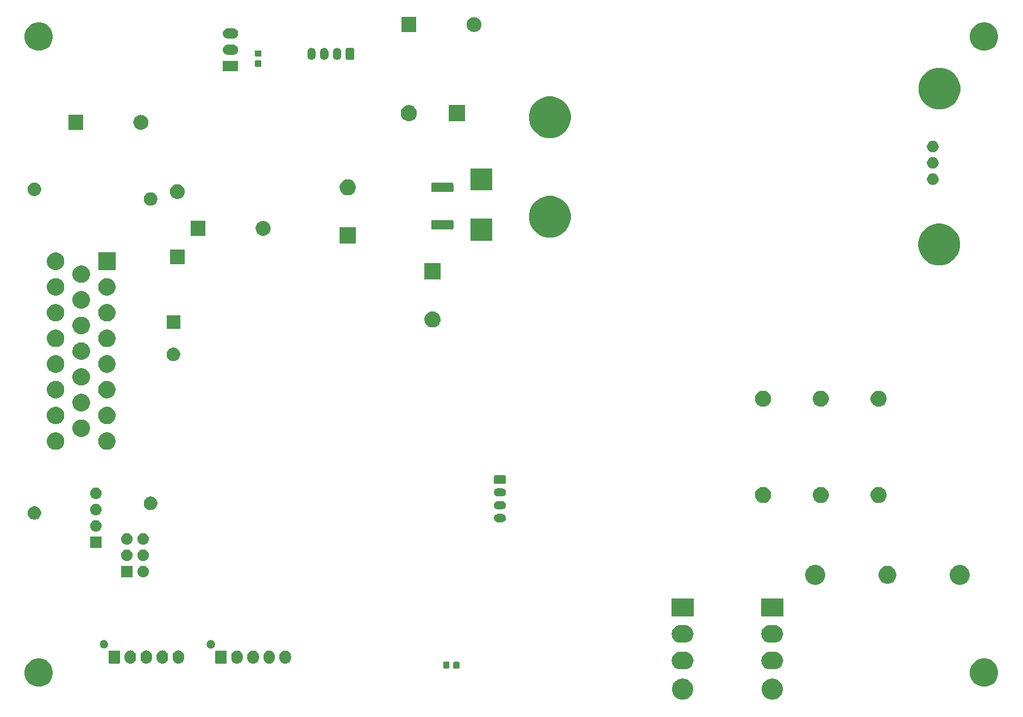
<source format=gbr>
G04 #@! TF.GenerationSoftware,KiCad,Pcbnew,(5.0.2)-1*
G04 #@! TF.CreationDate,2019-04-05T10:25:58-04:00*
G04 #@! TF.ProjectId,interface-board,696e7465-7266-4616-9365-2d626f617264,rev?*
G04 #@! TF.SameCoordinates,Original*
G04 #@! TF.FileFunction,Soldermask,Bot*
G04 #@! TF.FilePolarity,Negative*
%FSLAX46Y46*%
G04 Gerber Fmt 4.6, Leading zero omitted, Abs format (unit mm)*
G04 Created by KiCad (PCBNEW (5.0.2)-1) date 4/5/2019 10:25:58 AM*
%MOMM*%
%LPD*%
G01*
G04 APERTURE LIST*
%ADD10C,0.100000*%
G04 APERTURE END LIST*
D10*
G36*
X178931105Y-144976728D02*
X179089604Y-145008255D01*
X179213290Y-145059488D01*
X179388209Y-145131941D01*
X179656952Y-145311510D01*
X179885490Y-145540048D01*
X180065059Y-145808791D01*
X180188745Y-146107397D01*
X180251800Y-146424394D01*
X180251800Y-146747606D01*
X180188745Y-147064603D01*
X180065059Y-147363209D01*
X179885490Y-147631952D01*
X179656952Y-147860490D01*
X179388209Y-148040059D01*
X179213290Y-148112512D01*
X179089604Y-148163745D01*
X178931104Y-148195273D01*
X178772606Y-148226800D01*
X178449394Y-148226800D01*
X178290896Y-148195273D01*
X178132396Y-148163745D01*
X178008710Y-148112512D01*
X177833791Y-148040059D01*
X177565048Y-147860490D01*
X177336510Y-147631952D01*
X177156941Y-147363209D01*
X177033255Y-147064603D01*
X176970200Y-146747606D01*
X176970200Y-146424394D01*
X177033255Y-146107397D01*
X177156941Y-145808791D01*
X177336510Y-145540048D01*
X177565048Y-145311510D01*
X177833791Y-145131941D01*
X178008710Y-145059488D01*
X178132396Y-145008255D01*
X178290895Y-144976728D01*
X178449394Y-144945200D01*
X178772606Y-144945200D01*
X178931105Y-144976728D01*
X178931105Y-144976728D01*
G37*
G36*
X164961105Y-144976728D02*
X165119604Y-145008255D01*
X165243290Y-145059488D01*
X165418209Y-145131941D01*
X165686952Y-145311510D01*
X165915490Y-145540048D01*
X166095059Y-145808791D01*
X166218745Y-146107397D01*
X166281800Y-146424394D01*
X166281800Y-146747606D01*
X166218745Y-147064603D01*
X166095059Y-147363209D01*
X165915490Y-147631952D01*
X165686952Y-147860490D01*
X165418209Y-148040059D01*
X165243290Y-148112512D01*
X165119604Y-148163745D01*
X164961104Y-148195273D01*
X164802606Y-148226800D01*
X164479394Y-148226800D01*
X164320896Y-148195273D01*
X164162396Y-148163745D01*
X164038710Y-148112512D01*
X163863791Y-148040059D01*
X163595048Y-147860490D01*
X163366510Y-147631952D01*
X163186941Y-147363209D01*
X163063255Y-147064603D01*
X163000200Y-146747606D01*
X163000200Y-146424394D01*
X163063255Y-146107397D01*
X163186941Y-145808791D01*
X163366510Y-145540048D01*
X163595048Y-145311510D01*
X163863791Y-145131941D01*
X164038710Y-145059488D01*
X164162396Y-145008255D01*
X164320895Y-144976728D01*
X164479394Y-144945200D01*
X164802606Y-144945200D01*
X164961105Y-144976728D01*
X164961105Y-144976728D01*
G37*
G36*
X64952950Y-141909775D02*
X65353469Y-142075675D01*
X65713930Y-142316528D01*
X66020472Y-142623070D01*
X66261325Y-142983531D01*
X66427225Y-143384050D01*
X66511800Y-143809239D01*
X66511800Y-144242761D01*
X66427225Y-144667950D01*
X66261325Y-145068469D01*
X66020472Y-145428930D01*
X65713930Y-145735472D01*
X65353469Y-145976325D01*
X64952950Y-146142225D01*
X64527761Y-146226800D01*
X64094239Y-146226800D01*
X63669050Y-146142225D01*
X63268531Y-145976325D01*
X62908070Y-145735472D01*
X62601528Y-145428930D01*
X62360675Y-145068469D01*
X62194775Y-144667950D01*
X62110200Y-144242761D01*
X62110200Y-143809239D01*
X62194775Y-143384050D01*
X62360675Y-142983531D01*
X62601528Y-142623070D01*
X62908070Y-142316528D01*
X63268531Y-142075675D01*
X63669050Y-141909775D01*
X64094239Y-141825200D01*
X64527761Y-141825200D01*
X64952950Y-141909775D01*
X64952950Y-141909775D01*
G37*
G36*
X212272950Y-141909775D02*
X212673469Y-142075675D01*
X213033930Y-142316528D01*
X213340472Y-142623070D01*
X213581325Y-142983531D01*
X213747225Y-143384050D01*
X213831800Y-143809239D01*
X213831800Y-144242761D01*
X213747225Y-144667950D01*
X213581325Y-145068469D01*
X213340472Y-145428930D01*
X213033930Y-145735472D01*
X212673469Y-145976325D01*
X212272950Y-146142225D01*
X211847761Y-146226800D01*
X211414239Y-146226800D01*
X210989050Y-146142225D01*
X210588531Y-145976325D01*
X210228070Y-145735472D01*
X209921528Y-145428930D01*
X209680675Y-145068469D01*
X209514775Y-144667950D01*
X209430200Y-144242761D01*
X209430200Y-143809239D01*
X209514775Y-143384050D01*
X209680675Y-142983531D01*
X209921528Y-142623070D01*
X210228070Y-142316528D01*
X210588531Y-142075675D01*
X210989050Y-141909775D01*
X211414239Y-141825200D01*
X211847761Y-141825200D01*
X212272950Y-141909775D01*
X212272950Y-141909775D01*
G37*
G36*
X165239725Y-140795034D02*
X165498120Y-140873418D01*
X165736261Y-141000706D01*
X165944992Y-141172008D01*
X166116294Y-141380739D01*
X166243582Y-141618880D01*
X166321966Y-141877275D01*
X166348432Y-142146000D01*
X166321966Y-142414725D01*
X166243582Y-142673120D01*
X166116294Y-142911261D01*
X165944992Y-143119992D01*
X165736261Y-143291294D01*
X165498120Y-143418582D01*
X165239725Y-143496966D01*
X165038340Y-143516800D01*
X164243660Y-143516800D01*
X164042275Y-143496966D01*
X163783880Y-143418582D01*
X163545739Y-143291294D01*
X163337008Y-143119992D01*
X163165706Y-142911261D01*
X163038418Y-142673120D01*
X162960034Y-142414725D01*
X162933568Y-142146000D01*
X162960034Y-141877275D01*
X163038418Y-141618880D01*
X163165706Y-141380739D01*
X163337008Y-141172008D01*
X163545739Y-141000706D01*
X163783880Y-140873418D01*
X164042275Y-140795034D01*
X164243660Y-140775200D01*
X165038340Y-140775200D01*
X165239725Y-140795034D01*
X165239725Y-140795034D01*
G37*
G36*
X179209725Y-140795034D02*
X179468120Y-140873418D01*
X179706261Y-141000706D01*
X179914992Y-141172008D01*
X180086294Y-141380739D01*
X180213582Y-141618880D01*
X180291966Y-141877275D01*
X180318432Y-142146000D01*
X180291966Y-142414725D01*
X180213582Y-142673120D01*
X180086294Y-142911261D01*
X179914992Y-143119992D01*
X179706261Y-143291294D01*
X179468120Y-143418582D01*
X179209725Y-143496966D01*
X179008340Y-143516800D01*
X178213660Y-143516800D01*
X178012275Y-143496966D01*
X177753880Y-143418582D01*
X177515739Y-143291294D01*
X177307008Y-143119992D01*
X177135706Y-142911261D01*
X177008418Y-142673120D01*
X176930034Y-142414725D01*
X176903568Y-142146000D01*
X176930034Y-141877275D01*
X177008418Y-141618880D01*
X177135706Y-141380739D01*
X177307008Y-141172008D01*
X177515739Y-141000706D01*
X177753880Y-140873418D01*
X178012275Y-140795034D01*
X178213660Y-140775200D01*
X179008340Y-140775200D01*
X179209725Y-140795034D01*
X179209725Y-140795034D01*
G37*
G36*
X128159468Y-142342283D02*
X128193434Y-142352586D01*
X128224732Y-142369316D01*
X128252168Y-142391832D01*
X128274684Y-142419268D01*
X128291414Y-142450566D01*
X128301717Y-142484532D01*
X128305800Y-142525990D01*
X128305800Y-143202010D01*
X128301717Y-143243468D01*
X128291414Y-143277434D01*
X128274684Y-143308732D01*
X128252168Y-143336168D01*
X128224732Y-143358684D01*
X128193434Y-143375414D01*
X128159468Y-143385717D01*
X128118010Y-143389800D01*
X127516990Y-143389800D01*
X127475532Y-143385717D01*
X127441566Y-143375414D01*
X127410268Y-143358684D01*
X127382832Y-143336168D01*
X127360316Y-143308732D01*
X127343586Y-143277434D01*
X127333283Y-143243468D01*
X127329200Y-143202010D01*
X127329200Y-142525990D01*
X127333283Y-142484532D01*
X127343586Y-142450566D01*
X127360316Y-142419268D01*
X127382832Y-142391832D01*
X127410268Y-142369316D01*
X127441566Y-142352586D01*
X127475532Y-142342283D01*
X127516990Y-142338200D01*
X128118010Y-142338200D01*
X128159468Y-142342283D01*
X128159468Y-142342283D01*
G37*
G36*
X129734468Y-142342283D02*
X129768434Y-142352586D01*
X129799732Y-142369316D01*
X129827168Y-142391832D01*
X129849684Y-142419268D01*
X129866414Y-142450566D01*
X129876717Y-142484532D01*
X129880800Y-142525990D01*
X129880800Y-143202010D01*
X129876717Y-143243468D01*
X129866414Y-143277434D01*
X129849684Y-143308732D01*
X129827168Y-143336168D01*
X129799732Y-143358684D01*
X129768434Y-143375414D01*
X129734468Y-143385717D01*
X129693010Y-143389800D01*
X129091990Y-143389800D01*
X129050532Y-143385717D01*
X129016566Y-143375414D01*
X128985268Y-143358684D01*
X128957832Y-143336168D01*
X128935316Y-143308732D01*
X128918586Y-143277434D01*
X128908283Y-143243468D01*
X128904200Y-143202010D01*
X128904200Y-142525990D01*
X128908283Y-142484532D01*
X128918586Y-142450566D01*
X128935316Y-142419268D01*
X128957832Y-142391832D01*
X128985268Y-142369316D01*
X129016566Y-142352586D01*
X129050532Y-142342283D01*
X129091990Y-142338200D01*
X129693010Y-142338200D01*
X129734468Y-142342283D01*
X129734468Y-142342283D01*
G37*
G36*
X95386587Y-140592234D02*
X95479384Y-140620384D01*
X95556389Y-140643743D01*
X95712877Y-140727388D01*
X95850044Y-140839956D01*
X95933288Y-140941391D01*
X95962611Y-140977121D01*
X95962612Y-140977123D01*
X96046257Y-141133610D01*
X96057905Y-141172008D01*
X96097766Y-141303412D01*
X96110800Y-141435751D01*
X96110800Y-141774248D01*
X96097766Y-141906587D01*
X96046257Y-142076389D01*
X95962611Y-142232879D01*
X95962610Y-142232880D01*
X95850044Y-142370044D01*
X95768512Y-142436954D01*
X95712879Y-142482611D01*
X95712877Y-142482612D01*
X95556390Y-142566257D01*
X95515647Y-142578616D01*
X95386588Y-142617766D01*
X95210000Y-142635158D01*
X95033413Y-142617766D01*
X94904354Y-142578616D01*
X94863611Y-142566257D01*
X94707124Y-142482612D01*
X94707122Y-142482611D01*
X94624401Y-142414724D01*
X94569954Y-142370041D01*
X94457390Y-142232880D01*
X94451510Y-142221879D01*
X94410951Y-142146000D01*
X94373743Y-142076390D01*
X94323201Y-141909775D01*
X94322234Y-141906588D01*
X94309200Y-141774249D01*
X94309200Y-141435752D01*
X94322234Y-141303413D01*
X94373743Y-141133612D01*
X94373743Y-141133611D01*
X94457388Y-140977123D01*
X94569956Y-140839956D01*
X94678295Y-140751046D01*
X94707121Y-140727389D01*
X94784651Y-140685948D01*
X94863610Y-140643743D01*
X94940615Y-140620384D01*
X95033412Y-140592234D01*
X95210000Y-140574842D01*
X95386587Y-140592234D01*
X95386587Y-140592234D01*
G37*
G36*
X97886587Y-140592234D02*
X97979384Y-140620384D01*
X98056389Y-140643743D01*
X98212877Y-140727388D01*
X98350044Y-140839956D01*
X98433288Y-140941391D01*
X98462611Y-140977121D01*
X98462612Y-140977123D01*
X98546257Y-141133610D01*
X98557905Y-141172008D01*
X98597766Y-141303412D01*
X98610800Y-141435751D01*
X98610800Y-141774248D01*
X98597766Y-141906587D01*
X98546257Y-142076389D01*
X98462611Y-142232879D01*
X98462610Y-142232880D01*
X98350044Y-142370044D01*
X98268512Y-142436954D01*
X98212879Y-142482611D01*
X98212877Y-142482612D01*
X98056390Y-142566257D01*
X98015647Y-142578616D01*
X97886588Y-142617766D01*
X97710000Y-142635158D01*
X97533413Y-142617766D01*
X97404354Y-142578616D01*
X97363611Y-142566257D01*
X97207124Y-142482612D01*
X97207122Y-142482611D01*
X97124401Y-142414724D01*
X97069954Y-142370041D01*
X96957390Y-142232880D01*
X96951510Y-142221879D01*
X96910951Y-142146000D01*
X96873743Y-142076390D01*
X96823201Y-141909775D01*
X96822234Y-141906588D01*
X96809200Y-141774249D01*
X96809200Y-141435752D01*
X96822234Y-141303413D01*
X96873743Y-141133612D01*
X96873743Y-141133611D01*
X96957388Y-140977123D01*
X97069956Y-140839956D01*
X97178295Y-140751046D01*
X97207121Y-140727389D01*
X97284651Y-140685948D01*
X97363610Y-140643743D01*
X97440615Y-140620384D01*
X97533412Y-140592234D01*
X97710000Y-140574842D01*
X97886587Y-140592234D01*
X97886587Y-140592234D01*
G37*
G36*
X100386587Y-140592234D02*
X100479384Y-140620384D01*
X100556389Y-140643743D01*
X100712877Y-140727388D01*
X100850044Y-140839956D01*
X100933288Y-140941391D01*
X100962611Y-140977121D01*
X100962612Y-140977123D01*
X101046257Y-141133610D01*
X101057905Y-141172008D01*
X101097766Y-141303412D01*
X101110800Y-141435751D01*
X101110800Y-141774248D01*
X101097766Y-141906587D01*
X101046257Y-142076389D01*
X100962611Y-142232879D01*
X100962610Y-142232880D01*
X100850044Y-142370044D01*
X100768512Y-142436954D01*
X100712879Y-142482611D01*
X100712877Y-142482612D01*
X100556390Y-142566257D01*
X100515647Y-142578616D01*
X100386588Y-142617766D01*
X100210000Y-142635158D01*
X100033413Y-142617766D01*
X99904354Y-142578616D01*
X99863611Y-142566257D01*
X99707124Y-142482612D01*
X99707122Y-142482611D01*
X99624401Y-142414724D01*
X99569954Y-142370041D01*
X99457390Y-142232880D01*
X99451510Y-142221879D01*
X99410951Y-142146000D01*
X99373743Y-142076390D01*
X99323201Y-141909775D01*
X99322234Y-141906588D01*
X99309200Y-141774249D01*
X99309200Y-141435752D01*
X99322234Y-141303413D01*
X99373743Y-141133612D01*
X99373743Y-141133611D01*
X99457388Y-140977123D01*
X99569956Y-140839956D01*
X99678295Y-140751046D01*
X99707121Y-140727389D01*
X99784651Y-140685948D01*
X99863610Y-140643743D01*
X99940615Y-140620384D01*
X100033412Y-140592234D01*
X100210000Y-140574842D01*
X100386587Y-140592234D01*
X100386587Y-140592234D01*
G37*
G36*
X102886587Y-140592234D02*
X102979384Y-140620384D01*
X103056389Y-140643743D01*
X103212877Y-140727388D01*
X103350044Y-140839956D01*
X103433288Y-140941391D01*
X103462611Y-140977121D01*
X103462612Y-140977123D01*
X103546257Y-141133610D01*
X103557905Y-141172008D01*
X103597766Y-141303412D01*
X103610800Y-141435751D01*
X103610800Y-141774248D01*
X103597766Y-141906587D01*
X103546257Y-142076389D01*
X103462611Y-142232879D01*
X103462610Y-142232880D01*
X103350044Y-142370044D01*
X103268512Y-142436954D01*
X103212879Y-142482611D01*
X103212877Y-142482612D01*
X103056390Y-142566257D01*
X103015647Y-142578616D01*
X102886588Y-142617766D01*
X102710000Y-142635158D01*
X102533413Y-142617766D01*
X102404354Y-142578616D01*
X102363611Y-142566257D01*
X102207124Y-142482612D01*
X102207122Y-142482611D01*
X102124401Y-142414724D01*
X102069954Y-142370041D01*
X101957390Y-142232880D01*
X101951510Y-142221879D01*
X101910951Y-142146000D01*
X101873743Y-142076390D01*
X101823201Y-141909775D01*
X101822234Y-141906588D01*
X101809200Y-141774249D01*
X101809200Y-141435752D01*
X101822234Y-141303413D01*
X101873743Y-141133612D01*
X101873743Y-141133611D01*
X101957388Y-140977123D01*
X102069956Y-140839956D01*
X102178295Y-140751046D01*
X102207121Y-140727389D01*
X102284651Y-140685948D01*
X102363610Y-140643743D01*
X102440615Y-140620384D01*
X102533412Y-140592234D01*
X102710000Y-140574842D01*
X102886587Y-140592234D01*
X102886587Y-140592234D01*
G37*
G36*
X93468451Y-140583188D02*
X93501483Y-140593208D01*
X93531929Y-140609483D01*
X93558616Y-140631384D01*
X93580517Y-140658071D01*
X93596792Y-140688517D01*
X93606812Y-140721549D01*
X93610800Y-140762046D01*
X93610800Y-142447954D01*
X93606812Y-142488451D01*
X93596792Y-142521483D01*
X93580517Y-142551929D01*
X93558616Y-142578616D01*
X93531929Y-142600517D01*
X93501483Y-142616792D01*
X93468451Y-142626812D01*
X93427954Y-142630800D01*
X91992046Y-142630800D01*
X91951549Y-142626812D01*
X91918517Y-142616792D01*
X91888071Y-142600517D01*
X91861384Y-142578616D01*
X91839483Y-142551929D01*
X91823208Y-142521483D01*
X91813188Y-142488451D01*
X91809200Y-142447954D01*
X91809200Y-140762046D01*
X91813188Y-140721549D01*
X91823208Y-140688517D01*
X91839483Y-140658071D01*
X91861384Y-140631384D01*
X91888071Y-140609483D01*
X91918517Y-140593208D01*
X91951549Y-140583188D01*
X91992046Y-140579200D01*
X93427954Y-140579200D01*
X93468451Y-140583188D01*
X93468451Y-140583188D01*
G37*
G36*
X83741587Y-140581234D02*
X83845813Y-140612851D01*
X83911389Y-140632743D01*
X84067877Y-140716388D01*
X84205044Y-140828956D01*
X84288288Y-140930391D01*
X84317611Y-140966121D01*
X84317612Y-140966123D01*
X84401257Y-141122610D01*
X84404594Y-141133610D01*
X84452766Y-141292412D01*
X84465800Y-141424751D01*
X84465800Y-141763248D01*
X84452766Y-141895587D01*
X84401257Y-142065389D01*
X84317611Y-142221879D01*
X84288288Y-142257609D01*
X84205044Y-142359044D01*
X84110109Y-142436954D01*
X84067879Y-142471611D01*
X84067877Y-142471612D01*
X83911390Y-142555257D01*
X83870647Y-142567616D01*
X83741588Y-142606766D01*
X83565000Y-142624158D01*
X83388413Y-142606766D01*
X83259354Y-142567616D01*
X83218611Y-142555257D01*
X83062124Y-142471612D01*
X83062122Y-142471611D01*
X82982392Y-142406179D01*
X82924954Y-142359041D01*
X82821417Y-142232880D01*
X82812389Y-142221879D01*
X82734623Y-142076390D01*
X82728743Y-142065390D01*
X82680571Y-141906587D01*
X82677234Y-141895588D01*
X82664200Y-141763249D01*
X82664200Y-141424752D01*
X82677234Y-141292413D01*
X82728743Y-141122612D01*
X82728743Y-141122611D01*
X82812388Y-140966123D01*
X82924956Y-140828956D01*
X83029998Y-140742752D01*
X83062121Y-140716389D01*
X83098492Y-140696948D01*
X83218610Y-140632743D01*
X83284186Y-140612851D01*
X83388412Y-140581234D01*
X83565000Y-140563842D01*
X83741587Y-140581234D01*
X83741587Y-140581234D01*
G37*
G36*
X78741587Y-140581234D02*
X78845813Y-140612851D01*
X78911389Y-140632743D01*
X79067877Y-140716388D01*
X79205044Y-140828956D01*
X79288288Y-140930391D01*
X79317611Y-140966121D01*
X79317612Y-140966123D01*
X79401257Y-141122610D01*
X79404594Y-141133610D01*
X79452766Y-141292412D01*
X79465800Y-141424751D01*
X79465800Y-141763248D01*
X79452766Y-141895587D01*
X79401257Y-142065389D01*
X79317611Y-142221879D01*
X79288288Y-142257609D01*
X79205044Y-142359044D01*
X79110109Y-142436954D01*
X79067879Y-142471611D01*
X79067877Y-142471612D01*
X78911390Y-142555257D01*
X78870647Y-142567616D01*
X78741588Y-142606766D01*
X78565000Y-142624158D01*
X78388413Y-142606766D01*
X78259354Y-142567616D01*
X78218611Y-142555257D01*
X78062124Y-142471612D01*
X78062122Y-142471611D01*
X77982392Y-142406179D01*
X77924954Y-142359041D01*
X77821417Y-142232880D01*
X77812389Y-142221879D01*
X77734623Y-142076390D01*
X77728743Y-142065390D01*
X77680571Y-141906587D01*
X77677234Y-141895588D01*
X77664200Y-141763249D01*
X77664200Y-141424752D01*
X77677234Y-141292413D01*
X77728743Y-141122612D01*
X77728743Y-141122611D01*
X77812388Y-140966123D01*
X77924956Y-140828956D01*
X78029998Y-140742752D01*
X78062121Y-140716389D01*
X78098492Y-140696948D01*
X78218610Y-140632743D01*
X78284186Y-140612851D01*
X78388412Y-140581234D01*
X78565000Y-140563842D01*
X78741587Y-140581234D01*
X78741587Y-140581234D01*
G37*
G36*
X81241587Y-140581234D02*
X81345813Y-140612851D01*
X81411389Y-140632743D01*
X81567877Y-140716388D01*
X81705044Y-140828956D01*
X81788288Y-140930391D01*
X81817611Y-140966121D01*
X81817612Y-140966123D01*
X81901257Y-141122610D01*
X81904594Y-141133610D01*
X81952766Y-141292412D01*
X81965800Y-141424751D01*
X81965800Y-141763248D01*
X81952766Y-141895587D01*
X81901257Y-142065389D01*
X81817611Y-142221879D01*
X81788288Y-142257609D01*
X81705044Y-142359044D01*
X81610109Y-142436954D01*
X81567879Y-142471611D01*
X81567877Y-142471612D01*
X81411390Y-142555257D01*
X81370647Y-142567616D01*
X81241588Y-142606766D01*
X81065000Y-142624158D01*
X80888413Y-142606766D01*
X80759354Y-142567616D01*
X80718611Y-142555257D01*
X80562124Y-142471612D01*
X80562122Y-142471611D01*
X80482392Y-142406179D01*
X80424954Y-142359041D01*
X80321417Y-142232880D01*
X80312389Y-142221879D01*
X80234623Y-142076390D01*
X80228743Y-142065390D01*
X80180571Y-141906587D01*
X80177234Y-141895588D01*
X80164200Y-141763249D01*
X80164200Y-141424752D01*
X80177234Y-141292413D01*
X80228743Y-141122612D01*
X80228743Y-141122611D01*
X80312388Y-140966123D01*
X80424956Y-140828956D01*
X80529998Y-140742752D01*
X80562121Y-140716389D01*
X80598492Y-140696948D01*
X80718610Y-140632743D01*
X80784186Y-140612851D01*
X80888412Y-140581234D01*
X81065000Y-140563842D01*
X81241587Y-140581234D01*
X81241587Y-140581234D01*
G37*
G36*
X86241587Y-140581234D02*
X86345813Y-140612851D01*
X86411389Y-140632743D01*
X86567877Y-140716388D01*
X86705044Y-140828956D01*
X86788288Y-140930391D01*
X86817611Y-140966121D01*
X86817612Y-140966123D01*
X86901257Y-141122610D01*
X86904594Y-141133610D01*
X86952766Y-141292412D01*
X86965800Y-141424751D01*
X86965800Y-141763248D01*
X86952766Y-141895587D01*
X86901257Y-142065389D01*
X86817611Y-142221879D01*
X86788288Y-142257609D01*
X86705044Y-142359044D01*
X86610109Y-142436954D01*
X86567879Y-142471611D01*
X86567877Y-142471612D01*
X86411390Y-142555257D01*
X86370647Y-142567616D01*
X86241588Y-142606766D01*
X86065000Y-142624158D01*
X85888413Y-142606766D01*
X85759354Y-142567616D01*
X85718611Y-142555257D01*
X85562124Y-142471612D01*
X85562122Y-142471611D01*
X85482392Y-142406179D01*
X85424954Y-142359041D01*
X85321417Y-142232880D01*
X85312389Y-142221879D01*
X85234623Y-142076390D01*
X85228743Y-142065390D01*
X85180571Y-141906587D01*
X85177234Y-141895588D01*
X85164200Y-141763249D01*
X85164200Y-141424752D01*
X85177234Y-141292413D01*
X85228743Y-141122612D01*
X85228743Y-141122611D01*
X85312388Y-140966123D01*
X85424956Y-140828956D01*
X85529998Y-140742752D01*
X85562121Y-140716389D01*
X85598492Y-140696948D01*
X85718610Y-140632743D01*
X85784186Y-140612851D01*
X85888412Y-140581234D01*
X86065000Y-140563842D01*
X86241587Y-140581234D01*
X86241587Y-140581234D01*
G37*
G36*
X76823451Y-140572188D02*
X76856483Y-140582208D01*
X76886929Y-140598483D01*
X76913616Y-140620384D01*
X76935517Y-140647071D01*
X76951792Y-140677517D01*
X76961812Y-140710549D01*
X76965800Y-140751046D01*
X76965800Y-142436954D01*
X76961812Y-142477451D01*
X76951792Y-142510483D01*
X76935517Y-142540929D01*
X76913616Y-142567616D01*
X76886929Y-142589517D01*
X76856483Y-142605792D01*
X76823451Y-142615812D01*
X76782954Y-142619800D01*
X75347046Y-142619800D01*
X75306549Y-142615812D01*
X75273517Y-142605792D01*
X75243071Y-142589517D01*
X75216384Y-142567616D01*
X75194483Y-142540929D01*
X75178208Y-142510483D01*
X75168188Y-142477451D01*
X75164200Y-142436954D01*
X75164200Y-140751046D01*
X75168188Y-140710549D01*
X75178208Y-140677517D01*
X75194483Y-140647071D01*
X75216384Y-140620384D01*
X75243071Y-140598483D01*
X75273517Y-140582208D01*
X75306549Y-140572188D01*
X75347046Y-140568200D01*
X76782954Y-140568200D01*
X76823451Y-140572188D01*
X76823451Y-140572188D01*
G37*
G36*
X91299829Y-138979209D02*
X91299832Y-138979210D01*
X91299831Y-138979210D01*
X91418269Y-139028268D01*
X91418270Y-139028269D01*
X91524864Y-139099493D01*
X91615507Y-139190136D01*
X91615509Y-139190139D01*
X91686732Y-139296731D01*
X91711681Y-139356965D01*
X91735791Y-139415171D01*
X91760800Y-139540900D01*
X91760800Y-139669100D01*
X91735791Y-139794829D01*
X91735790Y-139794831D01*
X91686732Y-139913269D01*
X91686731Y-139913270D01*
X91615507Y-140019864D01*
X91524864Y-140110507D01*
X91524861Y-140110509D01*
X91418269Y-140181732D01*
X91326662Y-140219676D01*
X91299829Y-140230791D01*
X91174100Y-140255800D01*
X91045900Y-140255800D01*
X90920171Y-140230791D01*
X90893338Y-140219676D01*
X90801731Y-140181732D01*
X90695139Y-140110509D01*
X90695136Y-140110507D01*
X90604493Y-140019864D01*
X90533269Y-139913270D01*
X90533268Y-139913269D01*
X90484210Y-139794831D01*
X90484209Y-139794829D01*
X90459200Y-139669100D01*
X90459200Y-139540900D01*
X90484209Y-139415171D01*
X90508319Y-139356965D01*
X90533268Y-139296731D01*
X90604491Y-139190139D01*
X90604493Y-139190136D01*
X90695136Y-139099493D01*
X90801730Y-139028269D01*
X90801731Y-139028268D01*
X90920169Y-138979210D01*
X90920168Y-138979210D01*
X90920171Y-138979209D01*
X91045900Y-138954200D01*
X91174100Y-138954200D01*
X91299829Y-138979209D01*
X91299829Y-138979209D01*
G37*
G36*
X74654829Y-138968209D02*
X74654832Y-138968210D01*
X74654831Y-138968210D01*
X74773269Y-139017268D01*
X74789733Y-139028269D01*
X74879864Y-139088493D01*
X74970507Y-139179136D01*
X74970509Y-139179139D01*
X75041732Y-139285731D01*
X75046288Y-139296731D01*
X75090791Y-139404171D01*
X75115800Y-139529900D01*
X75115800Y-139658100D01*
X75090791Y-139783829D01*
X75090790Y-139783831D01*
X75041732Y-139902269D01*
X75041731Y-139902270D01*
X74970507Y-140008864D01*
X74879864Y-140099507D01*
X74879861Y-140099509D01*
X74773269Y-140170732D01*
X74681662Y-140208676D01*
X74654829Y-140219791D01*
X74529100Y-140244800D01*
X74400900Y-140244800D01*
X74275171Y-140219791D01*
X74248338Y-140208676D01*
X74156731Y-140170732D01*
X74050139Y-140099509D01*
X74050136Y-140099507D01*
X73959493Y-140008864D01*
X73888269Y-139902270D01*
X73888268Y-139902269D01*
X73839210Y-139783831D01*
X73839209Y-139783829D01*
X73814200Y-139658100D01*
X73814200Y-139529900D01*
X73839209Y-139404171D01*
X73883712Y-139296731D01*
X73888268Y-139285731D01*
X73959491Y-139179139D01*
X73959493Y-139179136D01*
X74050136Y-139088493D01*
X74140267Y-139028269D01*
X74156731Y-139017268D01*
X74275169Y-138968210D01*
X74275168Y-138968210D01*
X74275171Y-138968209D01*
X74400900Y-138943200D01*
X74529100Y-138943200D01*
X74654829Y-138968209D01*
X74654829Y-138968209D01*
G37*
G36*
X179209725Y-136655034D02*
X179468120Y-136733418D01*
X179706261Y-136860706D01*
X179914992Y-137032008D01*
X180086294Y-137240739D01*
X180213582Y-137478880D01*
X180291966Y-137737275D01*
X180318432Y-138006000D01*
X180291966Y-138274725D01*
X180213582Y-138533120D01*
X180086294Y-138771261D01*
X179914992Y-138979992D01*
X179706261Y-139151294D01*
X179468120Y-139278582D01*
X179209725Y-139356966D01*
X179008340Y-139376800D01*
X178213660Y-139376800D01*
X178012275Y-139356966D01*
X177753880Y-139278582D01*
X177515739Y-139151294D01*
X177307008Y-138979992D01*
X177135706Y-138771261D01*
X177008418Y-138533120D01*
X176930034Y-138274725D01*
X176903568Y-138006000D01*
X176930034Y-137737275D01*
X177008418Y-137478880D01*
X177135706Y-137240739D01*
X177307008Y-137032008D01*
X177515739Y-136860706D01*
X177753880Y-136733418D01*
X178012275Y-136655034D01*
X178213660Y-136635200D01*
X179008340Y-136635200D01*
X179209725Y-136655034D01*
X179209725Y-136655034D01*
G37*
G36*
X165239725Y-136655034D02*
X165498120Y-136733418D01*
X165736261Y-136860706D01*
X165944992Y-137032008D01*
X166116294Y-137240739D01*
X166243582Y-137478880D01*
X166321966Y-137737275D01*
X166348432Y-138006000D01*
X166321966Y-138274725D01*
X166243582Y-138533120D01*
X166116294Y-138771261D01*
X165944992Y-138979992D01*
X165736261Y-139151294D01*
X165498120Y-139278582D01*
X165239725Y-139356966D01*
X165038340Y-139376800D01*
X164243660Y-139376800D01*
X164042275Y-139356966D01*
X163783880Y-139278582D01*
X163545739Y-139151294D01*
X163337008Y-138979992D01*
X163165706Y-138771261D01*
X163038418Y-138533120D01*
X162960034Y-138274725D01*
X162933568Y-138006000D01*
X162960034Y-137737275D01*
X163038418Y-137478880D01*
X163165706Y-137240739D01*
X163337008Y-137032008D01*
X163545739Y-136860706D01*
X163783880Y-136733418D01*
X164042275Y-136655034D01*
X164243660Y-136635200D01*
X165038340Y-136635200D01*
X165239725Y-136655034D01*
X165239725Y-136655034D01*
G37*
G36*
X166341800Y-135236800D02*
X162940200Y-135236800D01*
X162940200Y-132495200D01*
X166341800Y-132495200D01*
X166341800Y-135236800D01*
X166341800Y-135236800D01*
G37*
G36*
X180311800Y-135236800D02*
X176910200Y-135236800D01*
X176910200Y-132495200D01*
X180311800Y-132495200D01*
X180311800Y-135236800D01*
X180311800Y-135236800D01*
G37*
G36*
X185773352Y-127294796D02*
X186055579Y-127411699D01*
X186309578Y-127581415D01*
X186525585Y-127797422D01*
X186695301Y-128051421D01*
X186812204Y-128333648D01*
X186871800Y-128633259D01*
X186871800Y-128938741D01*
X186812204Y-129238352D01*
X186695301Y-129520579D01*
X186525585Y-129774578D01*
X186309578Y-129990585D01*
X186055579Y-130160301D01*
X185773352Y-130277204D01*
X185473741Y-130336800D01*
X185168259Y-130336800D01*
X184868648Y-130277204D01*
X184586421Y-130160301D01*
X184332422Y-129990585D01*
X184116415Y-129774578D01*
X183946699Y-129520579D01*
X183829796Y-129238352D01*
X183770200Y-128938741D01*
X183770200Y-128633259D01*
X183829796Y-128333648D01*
X183946699Y-128051421D01*
X184116415Y-127797422D01*
X184332422Y-127581415D01*
X184586421Y-127411699D01*
X184868648Y-127294796D01*
X185168259Y-127235200D01*
X185473741Y-127235200D01*
X185773352Y-127294796D01*
X185773352Y-127294796D01*
G37*
G36*
X208273352Y-127294796D02*
X208555579Y-127411699D01*
X208809578Y-127581415D01*
X209025585Y-127797422D01*
X209195301Y-128051421D01*
X209312204Y-128333648D01*
X209371800Y-128633259D01*
X209371800Y-128938741D01*
X209312204Y-129238352D01*
X209195301Y-129520579D01*
X209025585Y-129774578D01*
X208809578Y-129990585D01*
X208555579Y-130160301D01*
X208273352Y-130277204D01*
X207973741Y-130336800D01*
X207668259Y-130336800D01*
X207368648Y-130277204D01*
X207086421Y-130160301D01*
X206832422Y-129990585D01*
X206616415Y-129774578D01*
X206446699Y-129520579D01*
X206329796Y-129238352D01*
X206270200Y-128938741D01*
X206270200Y-128633259D01*
X206329796Y-128333648D01*
X206446699Y-128051421D01*
X206616415Y-127797422D01*
X206832422Y-127581415D01*
X207086421Y-127411699D01*
X207368648Y-127294796D01*
X207668259Y-127235200D01*
X207973741Y-127235200D01*
X208273352Y-127294796D01*
X208273352Y-127294796D01*
G37*
G36*
X196979597Y-127439031D02*
X197188081Y-127525388D01*
X197234528Y-127544627D01*
X197463958Y-127697927D01*
X197659073Y-127893042D01*
X197812373Y-128122472D01*
X197917969Y-128377403D01*
X197971800Y-128648032D01*
X197971800Y-128923968D01*
X197917969Y-129194597D01*
X197899845Y-129238352D01*
X197812373Y-129449528D01*
X197659073Y-129678958D01*
X197463958Y-129874073D01*
X197289585Y-129990585D01*
X197234528Y-130027373D01*
X196979597Y-130132969D01*
X196708968Y-130186800D01*
X196433032Y-130186800D01*
X196162403Y-130132969D01*
X195907472Y-130027373D01*
X195852415Y-129990585D01*
X195678042Y-129874073D01*
X195482927Y-129678958D01*
X195329627Y-129449528D01*
X195242155Y-129238352D01*
X195224031Y-129194597D01*
X195170200Y-128923968D01*
X195170200Y-128648032D01*
X195224031Y-128377403D01*
X195329627Y-128122472D01*
X195482927Y-127893042D01*
X195678042Y-127697927D01*
X195907472Y-127544627D01*
X195953919Y-127525388D01*
X196162403Y-127439031D01*
X196433032Y-127385200D01*
X196708968Y-127385200D01*
X196979597Y-127439031D01*
X196979597Y-127439031D01*
G37*
G36*
X78927800Y-129178800D02*
X77126200Y-129178800D01*
X77126200Y-127377200D01*
X78927800Y-127377200D01*
X78927800Y-129178800D01*
X78927800Y-129178800D01*
G37*
G36*
X80655362Y-127381545D02*
X80743588Y-127390234D01*
X80856789Y-127424573D01*
X80913390Y-127441743D01*
X81051980Y-127515822D01*
X81069879Y-127525389D01*
X81093320Y-127544627D01*
X81207044Y-127637956D01*
X81256262Y-127697930D01*
X81319611Y-127775121D01*
X81319612Y-127775123D01*
X81403257Y-127931610D01*
X81403257Y-127931611D01*
X81454766Y-128101412D01*
X81472158Y-128278000D01*
X81454766Y-128454588D01*
X81420427Y-128567789D01*
X81403257Y-128624390D01*
X81390619Y-128648033D01*
X81319611Y-128780879D01*
X81290288Y-128816609D01*
X81207044Y-128918044D01*
X81105609Y-129001288D01*
X81069879Y-129030611D01*
X81069877Y-129030612D01*
X80913390Y-129114257D01*
X80856789Y-129131427D01*
X80743588Y-129165766D01*
X80655362Y-129174455D01*
X80611250Y-129178800D01*
X80522750Y-129178800D01*
X80478638Y-129174455D01*
X80390412Y-129165766D01*
X80277211Y-129131427D01*
X80220610Y-129114257D01*
X80064123Y-129030612D01*
X80064121Y-129030611D01*
X80028391Y-129001288D01*
X79926956Y-128918044D01*
X79843712Y-128816609D01*
X79814389Y-128780879D01*
X79743381Y-128648033D01*
X79730743Y-128624390D01*
X79713573Y-128567789D01*
X79679234Y-128454588D01*
X79661842Y-128278000D01*
X79679234Y-128101412D01*
X79730743Y-127931611D01*
X79730743Y-127931610D01*
X79814388Y-127775123D01*
X79814389Y-127775121D01*
X79877738Y-127697930D01*
X79926956Y-127637956D01*
X80040680Y-127544627D01*
X80064121Y-127525389D01*
X80082020Y-127515822D01*
X80220610Y-127441743D01*
X80277211Y-127424573D01*
X80390412Y-127390234D01*
X80478638Y-127381545D01*
X80522750Y-127377200D01*
X80611250Y-127377200D01*
X80655362Y-127381545D01*
X80655362Y-127381545D01*
G37*
G36*
X78115362Y-124841545D02*
X78203588Y-124850234D01*
X78316789Y-124884573D01*
X78373390Y-124901743D01*
X78511980Y-124975822D01*
X78529879Y-124985389D01*
X78565609Y-125014712D01*
X78667044Y-125097956D01*
X78750288Y-125199391D01*
X78779611Y-125235121D01*
X78779612Y-125235123D01*
X78863257Y-125391610D01*
X78863257Y-125391611D01*
X78914766Y-125561412D01*
X78932158Y-125738000D01*
X78914766Y-125914588D01*
X78880427Y-126027789D01*
X78863257Y-126084390D01*
X78789178Y-126222980D01*
X78779611Y-126240879D01*
X78750288Y-126276609D01*
X78667044Y-126378044D01*
X78565609Y-126461288D01*
X78529879Y-126490611D01*
X78529877Y-126490612D01*
X78373390Y-126574257D01*
X78316789Y-126591427D01*
X78203588Y-126625766D01*
X78115362Y-126634455D01*
X78071250Y-126638800D01*
X77982750Y-126638800D01*
X77938638Y-126634455D01*
X77850412Y-126625766D01*
X77737211Y-126591427D01*
X77680610Y-126574257D01*
X77524123Y-126490612D01*
X77524121Y-126490611D01*
X77488391Y-126461288D01*
X77386956Y-126378044D01*
X77303712Y-126276609D01*
X77274389Y-126240879D01*
X77264822Y-126222980D01*
X77190743Y-126084390D01*
X77173573Y-126027789D01*
X77139234Y-125914588D01*
X77121842Y-125738000D01*
X77139234Y-125561412D01*
X77190743Y-125391611D01*
X77190743Y-125391610D01*
X77274388Y-125235123D01*
X77274389Y-125235121D01*
X77303712Y-125199391D01*
X77386956Y-125097956D01*
X77488391Y-125014712D01*
X77524121Y-124985389D01*
X77542020Y-124975822D01*
X77680610Y-124901743D01*
X77737211Y-124884573D01*
X77850412Y-124850234D01*
X77938638Y-124841545D01*
X77982750Y-124837200D01*
X78071250Y-124837200D01*
X78115362Y-124841545D01*
X78115362Y-124841545D01*
G37*
G36*
X80655362Y-124841545D02*
X80743588Y-124850234D01*
X80856789Y-124884573D01*
X80913390Y-124901743D01*
X81051980Y-124975822D01*
X81069879Y-124985389D01*
X81105609Y-125014712D01*
X81207044Y-125097956D01*
X81290288Y-125199391D01*
X81319611Y-125235121D01*
X81319612Y-125235123D01*
X81403257Y-125391610D01*
X81403257Y-125391611D01*
X81454766Y-125561412D01*
X81472158Y-125738000D01*
X81454766Y-125914588D01*
X81420427Y-126027789D01*
X81403257Y-126084390D01*
X81329178Y-126222980D01*
X81319611Y-126240879D01*
X81290288Y-126276609D01*
X81207044Y-126378044D01*
X81105609Y-126461288D01*
X81069879Y-126490611D01*
X81069877Y-126490612D01*
X80913390Y-126574257D01*
X80856789Y-126591427D01*
X80743588Y-126625766D01*
X80655362Y-126634455D01*
X80611250Y-126638800D01*
X80522750Y-126638800D01*
X80478638Y-126634455D01*
X80390412Y-126625766D01*
X80277211Y-126591427D01*
X80220610Y-126574257D01*
X80064123Y-126490612D01*
X80064121Y-126490611D01*
X80028391Y-126461288D01*
X79926956Y-126378044D01*
X79843712Y-126276609D01*
X79814389Y-126240879D01*
X79804822Y-126222980D01*
X79730743Y-126084390D01*
X79713573Y-126027789D01*
X79679234Y-125914588D01*
X79661842Y-125738000D01*
X79679234Y-125561412D01*
X79730743Y-125391611D01*
X79730743Y-125391610D01*
X79814388Y-125235123D01*
X79814389Y-125235121D01*
X79843712Y-125199391D01*
X79926956Y-125097956D01*
X80028391Y-125014712D01*
X80064121Y-124985389D01*
X80082020Y-124975822D01*
X80220610Y-124901743D01*
X80277211Y-124884573D01*
X80390412Y-124850234D01*
X80478638Y-124841545D01*
X80522750Y-124837200D01*
X80611250Y-124837200D01*
X80655362Y-124841545D01*
X80655362Y-124841545D01*
G37*
G36*
X74101800Y-124606800D02*
X72300200Y-124606800D01*
X72300200Y-122805200D01*
X74101800Y-122805200D01*
X74101800Y-124606800D01*
X74101800Y-124606800D01*
G37*
G36*
X78115362Y-122301545D02*
X78203588Y-122310234D01*
X78316789Y-122344573D01*
X78373390Y-122361743D01*
X78511980Y-122435822D01*
X78529879Y-122445389D01*
X78565609Y-122474712D01*
X78667044Y-122557956D01*
X78750288Y-122659391D01*
X78779611Y-122695121D01*
X78779612Y-122695123D01*
X78863257Y-122851610D01*
X78863257Y-122851611D01*
X78914766Y-123021412D01*
X78932158Y-123198000D01*
X78914766Y-123374588D01*
X78880427Y-123487789D01*
X78863257Y-123544390D01*
X78789178Y-123682980D01*
X78779611Y-123700879D01*
X78750288Y-123736609D01*
X78667044Y-123838044D01*
X78565609Y-123921288D01*
X78529879Y-123950611D01*
X78529877Y-123950612D01*
X78373390Y-124034257D01*
X78316789Y-124051427D01*
X78203588Y-124085766D01*
X78115362Y-124094455D01*
X78071250Y-124098800D01*
X77982750Y-124098800D01*
X77938638Y-124094455D01*
X77850412Y-124085766D01*
X77737211Y-124051427D01*
X77680610Y-124034257D01*
X77524123Y-123950612D01*
X77524121Y-123950611D01*
X77488391Y-123921288D01*
X77386956Y-123838044D01*
X77303712Y-123736609D01*
X77274389Y-123700879D01*
X77264822Y-123682980D01*
X77190743Y-123544390D01*
X77173573Y-123487789D01*
X77139234Y-123374588D01*
X77121842Y-123198000D01*
X77139234Y-123021412D01*
X77190743Y-122851611D01*
X77190743Y-122851610D01*
X77274388Y-122695123D01*
X77274389Y-122695121D01*
X77303712Y-122659391D01*
X77386956Y-122557956D01*
X77488391Y-122474712D01*
X77524121Y-122445389D01*
X77542020Y-122435822D01*
X77680610Y-122361743D01*
X77737211Y-122344573D01*
X77850412Y-122310234D01*
X77938638Y-122301545D01*
X77982750Y-122297200D01*
X78071250Y-122297200D01*
X78115362Y-122301545D01*
X78115362Y-122301545D01*
G37*
G36*
X80655362Y-122301545D02*
X80743588Y-122310234D01*
X80856789Y-122344573D01*
X80913390Y-122361743D01*
X81051980Y-122435822D01*
X81069879Y-122445389D01*
X81105609Y-122474712D01*
X81207044Y-122557956D01*
X81290288Y-122659391D01*
X81319611Y-122695121D01*
X81319612Y-122695123D01*
X81403257Y-122851610D01*
X81403257Y-122851611D01*
X81454766Y-123021412D01*
X81472158Y-123198000D01*
X81454766Y-123374588D01*
X81420427Y-123487789D01*
X81403257Y-123544390D01*
X81329178Y-123682980D01*
X81319611Y-123700879D01*
X81290288Y-123736609D01*
X81207044Y-123838044D01*
X81105609Y-123921288D01*
X81069879Y-123950611D01*
X81069877Y-123950612D01*
X80913390Y-124034257D01*
X80856789Y-124051427D01*
X80743588Y-124085766D01*
X80655362Y-124094455D01*
X80611250Y-124098800D01*
X80522750Y-124098800D01*
X80478638Y-124094455D01*
X80390412Y-124085766D01*
X80277211Y-124051427D01*
X80220610Y-124034257D01*
X80064123Y-123950612D01*
X80064121Y-123950611D01*
X80028391Y-123921288D01*
X79926956Y-123838044D01*
X79843712Y-123736609D01*
X79814389Y-123700879D01*
X79804822Y-123682980D01*
X79730743Y-123544390D01*
X79713573Y-123487789D01*
X79679234Y-123374588D01*
X79661842Y-123198000D01*
X79679234Y-123021412D01*
X79730743Y-122851611D01*
X79730743Y-122851610D01*
X79814388Y-122695123D01*
X79814389Y-122695121D01*
X79843712Y-122659391D01*
X79926956Y-122557956D01*
X80028391Y-122474712D01*
X80064121Y-122445389D01*
X80082020Y-122435822D01*
X80220610Y-122361743D01*
X80277211Y-122344573D01*
X80390412Y-122310234D01*
X80478638Y-122301545D01*
X80522750Y-122297200D01*
X80611250Y-122297200D01*
X80655362Y-122301545D01*
X80655362Y-122301545D01*
G37*
G36*
X73289362Y-120269545D02*
X73377588Y-120278234D01*
X73475729Y-120308005D01*
X73547390Y-120329743D01*
X73685980Y-120403822D01*
X73703879Y-120413389D01*
X73739609Y-120442712D01*
X73841044Y-120525956D01*
X73924288Y-120627391D01*
X73953611Y-120663121D01*
X73953612Y-120663123D01*
X74037257Y-120819610D01*
X74037257Y-120819611D01*
X74088766Y-120989412D01*
X74106158Y-121166000D01*
X74088766Y-121342588D01*
X74054427Y-121455789D01*
X74037257Y-121512390D01*
X73963178Y-121650980D01*
X73953611Y-121668879D01*
X73924288Y-121704609D01*
X73841044Y-121806044D01*
X73739609Y-121889288D01*
X73703879Y-121918611D01*
X73703877Y-121918612D01*
X73547390Y-122002257D01*
X73490789Y-122019427D01*
X73377588Y-122053766D01*
X73289362Y-122062455D01*
X73245250Y-122066800D01*
X73156750Y-122066800D01*
X73112638Y-122062455D01*
X73024412Y-122053766D01*
X72911211Y-122019427D01*
X72854610Y-122002257D01*
X72698123Y-121918612D01*
X72698121Y-121918611D01*
X72662391Y-121889288D01*
X72560956Y-121806044D01*
X72477712Y-121704609D01*
X72448389Y-121668879D01*
X72438822Y-121650980D01*
X72364743Y-121512390D01*
X72347573Y-121455789D01*
X72313234Y-121342588D01*
X72295842Y-121166000D01*
X72313234Y-120989412D01*
X72364743Y-120819611D01*
X72364743Y-120819610D01*
X72448388Y-120663123D01*
X72448389Y-120663121D01*
X72477712Y-120627391D01*
X72560956Y-120525956D01*
X72662391Y-120442712D01*
X72698121Y-120413389D01*
X72716020Y-120403822D01*
X72854610Y-120329743D01*
X72926271Y-120308005D01*
X73024412Y-120278234D01*
X73112638Y-120269545D01*
X73156750Y-120265200D01*
X73245250Y-120265200D01*
X73289362Y-120269545D01*
X73289362Y-120269545D01*
G37*
G36*
X136524462Y-119298600D02*
X136572270Y-119303308D01*
X136694946Y-119340522D01*
X136694949Y-119340523D01*
X136808005Y-119400952D01*
X136907102Y-119482280D01*
X136988430Y-119581377D01*
X137048859Y-119694433D01*
X137048860Y-119694436D01*
X137086074Y-119817112D01*
X137098639Y-119944691D01*
X137086074Y-120072270D01*
X137059334Y-120160418D01*
X137048859Y-120194949D01*
X136988430Y-120308005D01*
X136907102Y-120407102D01*
X136808005Y-120488430D01*
X136694949Y-120548859D01*
X136694946Y-120548860D01*
X136572270Y-120586074D01*
X136524462Y-120590782D01*
X136476656Y-120595491D01*
X135862726Y-120595491D01*
X135814920Y-120590782D01*
X135767112Y-120586074D01*
X135644436Y-120548860D01*
X135644433Y-120548859D01*
X135531377Y-120488430D01*
X135432280Y-120407102D01*
X135350952Y-120308005D01*
X135290523Y-120194949D01*
X135280048Y-120160418D01*
X135253308Y-120072270D01*
X135240743Y-119944691D01*
X135253308Y-119817112D01*
X135290522Y-119694436D01*
X135290523Y-119694433D01*
X135350952Y-119581377D01*
X135432280Y-119482280D01*
X135531377Y-119400952D01*
X135644433Y-119340523D01*
X135644436Y-119340522D01*
X135767112Y-119303308D01*
X135814920Y-119298600D01*
X135862726Y-119293891D01*
X136476656Y-119293891D01*
X136524462Y-119298600D01*
X136524462Y-119298600D01*
G37*
G36*
X63936507Y-118139582D02*
X64127740Y-118218793D01*
X64278976Y-118319846D01*
X64299849Y-118333793D01*
X64446207Y-118480151D01*
X64446209Y-118480154D01*
X64561207Y-118652260D01*
X64640418Y-118843493D01*
X64680800Y-119046505D01*
X64680800Y-119253495D01*
X64640418Y-119456507D01*
X64561207Y-119647740D01*
X64448036Y-119817112D01*
X64446207Y-119819849D01*
X64299849Y-119966207D01*
X64299846Y-119966209D01*
X64127740Y-120081207D01*
X63936507Y-120160418D01*
X63733495Y-120200800D01*
X63526505Y-120200800D01*
X63323493Y-120160418D01*
X63132260Y-120081207D01*
X62960154Y-119966209D01*
X62960151Y-119966207D01*
X62813793Y-119819849D01*
X62811964Y-119817112D01*
X62698793Y-119647740D01*
X62619582Y-119456507D01*
X62579200Y-119253495D01*
X62579200Y-119046505D01*
X62619582Y-118843493D01*
X62698793Y-118652260D01*
X62813791Y-118480154D01*
X62813793Y-118480151D01*
X62960151Y-118333793D01*
X62981024Y-118319846D01*
X63132260Y-118218793D01*
X63323493Y-118139582D01*
X63526505Y-118099200D01*
X63733495Y-118099200D01*
X63936507Y-118139582D01*
X63936507Y-118139582D01*
G37*
G36*
X73289362Y-117729545D02*
X73377588Y-117738234D01*
X73490789Y-117772573D01*
X73547390Y-117789743D01*
X73685980Y-117863822D01*
X73703879Y-117873389D01*
X73739609Y-117902712D01*
X73841044Y-117985956D01*
X73911877Y-118072268D01*
X73953611Y-118123121D01*
X73953612Y-118123123D01*
X74037257Y-118279610D01*
X74037257Y-118279611D01*
X74088766Y-118449412D01*
X74106158Y-118626000D01*
X74088766Y-118802588D01*
X74054427Y-118915789D01*
X74037257Y-118972390D01*
X73963178Y-119110980D01*
X73953611Y-119128879D01*
X73924288Y-119164609D01*
X73841044Y-119266044D01*
X73750289Y-119340523D01*
X73703879Y-119378611D01*
X73703877Y-119378612D01*
X73547390Y-119462257D01*
X73490789Y-119479427D01*
X73377588Y-119513766D01*
X73289362Y-119522455D01*
X73245250Y-119526800D01*
X73156750Y-119526800D01*
X73112638Y-119522455D01*
X73024412Y-119513766D01*
X72911211Y-119479427D01*
X72854610Y-119462257D01*
X72698123Y-119378612D01*
X72698121Y-119378611D01*
X72651711Y-119340523D01*
X72560956Y-119266044D01*
X72477712Y-119164609D01*
X72448389Y-119128879D01*
X72438822Y-119110980D01*
X72364743Y-118972390D01*
X72347573Y-118915789D01*
X72313234Y-118802588D01*
X72295842Y-118626000D01*
X72313234Y-118449412D01*
X72364743Y-118279611D01*
X72364743Y-118279610D01*
X72448388Y-118123123D01*
X72448389Y-118123121D01*
X72490123Y-118072268D01*
X72560956Y-117985956D01*
X72662391Y-117902712D01*
X72698121Y-117873389D01*
X72716020Y-117863822D01*
X72854610Y-117789743D01*
X72911211Y-117772573D01*
X73024412Y-117738234D01*
X73112638Y-117729545D01*
X73156750Y-117725200D01*
X73245250Y-117725200D01*
X73289362Y-117729545D01*
X73289362Y-117729545D01*
G37*
G36*
X82036507Y-116639582D02*
X82227740Y-116718793D01*
X82398687Y-116833016D01*
X82399849Y-116833793D01*
X82546207Y-116980151D01*
X82546209Y-116980154D01*
X82661207Y-117152260D01*
X82740418Y-117343493D01*
X82780800Y-117546505D01*
X82780800Y-117753495D01*
X82740418Y-117956507D01*
X82661207Y-118147740D01*
X82573094Y-118279610D01*
X82546207Y-118319849D01*
X82399849Y-118466207D01*
X82399846Y-118466209D01*
X82227740Y-118581207D01*
X82036507Y-118660418D01*
X81833495Y-118700800D01*
X81626505Y-118700800D01*
X81423493Y-118660418D01*
X81232260Y-118581207D01*
X81060154Y-118466209D01*
X81060151Y-118466207D01*
X80913793Y-118319849D01*
X80886906Y-118279610D01*
X80798793Y-118147740D01*
X80719582Y-117956507D01*
X80679200Y-117753495D01*
X80679200Y-117546505D01*
X80719582Y-117343493D01*
X80798793Y-117152260D01*
X80913791Y-116980154D01*
X80913793Y-116980151D01*
X81060151Y-116833793D01*
X81061313Y-116833016D01*
X81232260Y-116718793D01*
X81423493Y-116639582D01*
X81626505Y-116599200D01*
X81833495Y-116599200D01*
X82036507Y-116639582D01*
X82036507Y-116639582D01*
G37*
G36*
X136524462Y-117298600D02*
X136572270Y-117303308D01*
X136694946Y-117340522D01*
X136694949Y-117340523D01*
X136808005Y-117400952D01*
X136907102Y-117482280D01*
X136988430Y-117581377D01*
X137048859Y-117694433D01*
X137048860Y-117694436D01*
X137086074Y-117817112D01*
X137098639Y-117944691D01*
X137086074Y-118072270D01*
X137063180Y-118147739D01*
X137048859Y-118194949D01*
X136988430Y-118308005D01*
X136907102Y-118407102D01*
X136808005Y-118488430D01*
X136694949Y-118548859D01*
X136694946Y-118548860D01*
X136572270Y-118586074D01*
X136524462Y-118590783D01*
X136476656Y-118595491D01*
X135862726Y-118595491D01*
X135814920Y-118590783D01*
X135767112Y-118586074D01*
X135644436Y-118548860D01*
X135644433Y-118548859D01*
X135531377Y-118488430D01*
X135432280Y-118407102D01*
X135350952Y-118308005D01*
X135290523Y-118194949D01*
X135276202Y-118147739D01*
X135253308Y-118072270D01*
X135240743Y-117944691D01*
X135253308Y-117817112D01*
X135290522Y-117694436D01*
X135290523Y-117694433D01*
X135350952Y-117581377D01*
X135432280Y-117482280D01*
X135531377Y-117400952D01*
X135644433Y-117340523D01*
X135644436Y-117340522D01*
X135767112Y-117303308D01*
X135814920Y-117298600D01*
X135862726Y-117293891D01*
X136476656Y-117293891D01*
X136524462Y-117298600D01*
X136524462Y-117298600D01*
G37*
G36*
X186544842Y-115146267D02*
X186544844Y-115146268D01*
X186544845Y-115146268D01*
X186772476Y-115240555D01*
X186922088Y-115340523D01*
X186977341Y-115377442D01*
X187151558Y-115551659D01*
X187151560Y-115551662D01*
X187288445Y-115756524D01*
X187382732Y-115984155D01*
X187382733Y-115984158D01*
X187430800Y-116225806D01*
X187430800Y-116472194D01*
X187406275Y-116595491D01*
X187382732Y-116713845D01*
X187288445Y-116941476D01*
X187288444Y-116941477D01*
X187151558Y-117146341D01*
X186977341Y-117320558D01*
X186977338Y-117320560D01*
X186772476Y-117457445D01*
X186544845Y-117551732D01*
X186544844Y-117551732D01*
X186544842Y-117551733D01*
X186303194Y-117599800D01*
X186056806Y-117599800D01*
X185815158Y-117551733D01*
X185815156Y-117551732D01*
X185815155Y-117551732D01*
X185587524Y-117457445D01*
X185382662Y-117320560D01*
X185382659Y-117320558D01*
X185208442Y-117146341D01*
X185071556Y-116941477D01*
X185071555Y-116941476D01*
X184977268Y-116713845D01*
X184953726Y-116595491D01*
X184929200Y-116472194D01*
X184929200Y-116225806D01*
X184977267Y-115984158D01*
X184977268Y-115984155D01*
X185071555Y-115756524D01*
X185208440Y-115551662D01*
X185208442Y-115551659D01*
X185382659Y-115377442D01*
X185437912Y-115340523D01*
X185587524Y-115240555D01*
X185815155Y-115146268D01*
X185815156Y-115146268D01*
X185815158Y-115146267D01*
X186056806Y-115098200D01*
X186303194Y-115098200D01*
X186544842Y-115146267D01*
X186544842Y-115146267D01*
G37*
G36*
X177544842Y-115146267D02*
X177544844Y-115146268D01*
X177544845Y-115146268D01*
X177772476Y-115240555D01*
X177922088Y-115340523D01*
X177977341Y-115377442D01*
X178151558Y-115551659D01*
X178151560Y-115551662D01*
X178288445Y-115756524D01*
X178382732Y-115984155D01*
X178382733Y-115984158D01*
X178430800Y-116225806D01*
X178430800Y-116472194D01*
X178406275Y-116595491D01*
X178382732Y-116713845D01*
X178288445Y-116941476D01*
X178288444Y-116941477D01*
X178151558Y-117146341D01*
X177977341Y-117320558D01*
X177977338Y-117320560D01*
X177772476Y-117457445D01*
X177544845Y-117551732D01*
X177544844Y-117551732D01*
X177544842Y-117551733D01*
X177303194Y-117599800D01*
X177056806Y-117599800D01*
X176815158Y-117551733D01*
X176815156Y-117551732D01*
X176815155Y-117551732D01*
X176587524Y-117457445D01*
X176382662Y-117320560D01*
X176382659Y-117320558D01*
X176208442Y-117146341D01*
X176071556Y-116941477D01*
X176071555Y-116941476D01*
X175977268Y-116713845D01*
X175953726Y-116595491D01*
X175929200Y-116472194D01*
X175929200Y-116225806D01*
X175977267Y-115984158D01*
X175977268Y-115984155D01*
X176071555Y-115756524D01*
X176208440Y-115551662D01*
X176208442Y-115551659D01*
X176382659Y-115377442D01*
X176437912Y-115340523D01*
X176587524Y-115240555D01*
X176815155Y-115146268D01*
X176815156Y-115146268D01*
X176815158Y-115146267D01*
X177056806Y-115098200D01*
X177303194Y-115098200D01*
X177544842Y-115146267D01*
X177544842Y-115146267D01*
G37*
G36*
X195544842Y-115146267D02*
X195544844Y-115146268D01*
X195544845Y-115146268D01*
X195772476Y-115240555D01*
X195922088Y-115340523D01*
X195977341Y-115377442D01*
X196151558Y-115551659D01*
X196151560Y-115551662D01*
X196288445Y-115756524D01*
X196382732Y-115984155D01*
X196382733Y-115984158D01*
X196430800Y-116225806D01*
X196430800Y-116472194D01*
X196406275Y-116595491D01*
X196382732Y-116713845D01*
X196288445Y-116941476D01*
X196288444Y-116941477D01*
X196151558Y-117146341D01*
X195977341Y-117320558D01*
X195977338Y-117320560D01*
X195772476Y-117457445D01*
X195544845Y-117551732D01*
X195544844Y-117551732D01*
X195544842Y-117551733D01*
X195303194Y-117599800D01*
X195056806Y-117599800D01*
X194815158Y-117551733D01*
X194815156Y-117551732D01*
X194815155Y-117551732D01*
X194587524Y-117457445D01*
X194382662Y-117320560D01*
X194382659Y-117320558D01*
X194208442Y-117146341D01*
X194071556Y-116941477D01*
X194071555Y-116941476D01*
X193977268Y-116713845D01*
X193953726Y-116595491D01*
X193929200Y-116472194D01*
X193929200Y-116225806D01*
X193977267Y-115984158D01*
X193977268Y-115984155D01*
X194071555Y-115756524D01*
X194208440Y-115551662D01*
X194208442Y-115551659D01*
X194382659Y-115377442D01*
X194437912Y-115340523D01*
X194587524Y-115240555D01*
X194815155Y-115146268D01*
X194815156Y-115146268D01*
X194815158Y-115146267D01*
X195056806Y-115098200D01*
X195303194Y-115098200D01*
X195544842Y-115146267D01*
X195544842Y-115146267D01*
G37*
G36*
X73289362Y-115189545D02*
X73377588Y-115198234D01*
X73490789Y-115232573D01*
X73547390Y-115249743D01*
X73629984Y-115293891D01*
X73703879Y-115333389D01*
X73739609Y-115362712D01*
X73841044Y-115445956D01*
X73924288Y-115547391D01*
X73953611Y-115583121D01*
X73953612Y-115583123D01*
X74037257Y-115739610D01*
X74037257Y-115739611D01*
X74088766Y-115909412D01*
X74106158Y-116086000D01*
X74088766Y-116262588D01*
X74054427Y-116375789D01*
X74037257Y-116432390D01*
X73975002Y-116548859D01*
X73953611Y-116588879D01*
X73924288Y-116624609D01*
X73841044Y-116726044D01*
X73739609Y-116809288D01*
X73703879Y-116838611D01*
X73703877Y-116838612D01*
X73547390Y-116922257D01*
X73490789Y-116939427D01*
X73377588Y-116973766D01*
X73312728Y-116980154D01*
X73245250Y-116986800D01*
X73156750Y-116986800D01*
X73089272Y-116980154D01*
X73024412Y-116973766D01*
X72911211Y-116939427D01*
X72854610Y-116922257D01*
X72698123Y-116838612D01*
X72698121Y-116838611D01*
X72662391Y-116809288D01*
X72560956Y-116726044D01*
X72477712Y-116624609D01*
X72448389Y-116588879D01*
X72426998Y-116548859D01*
X72364743Y-116432390D01*
X72347573Y-116375789D01*
X72313234Y-116262588D01*
X72295842Y-116086000D01*
X72313234Y-115909412D01*
X72364743Y-115739611D01*
X72364743Y-115739610D01*
X72448388Y-115583123D01*
X72448389Y-115583121D01*
X72477712Y-115547391D01*
X72560956Y-115445956D01*
X72662391Y-115362712D01*
X72698121Y-115333389D01*
X72772016Y-115293891D01*
X72854610Y-115249743D01*
X72911211Y-115232573D01*
X73024412Y-115198234D01*
X73112638Y-115189545D01*
X73156750Y-115185200D01*
X73245250Y-115185200D01*
X73289362Y-115189545D01*
X73289362Y-115189545D01*
G37*
G36*
X136524462Y-115298600D02*
X136572270Y-115303308D01*
X136694946Y-115340522D01*
X136694949Y-115340523D01*
X136808005Y-115400952D01*
X136907102Y-115482280D01*
X136988430Y-115581377D01*
X137048859Y-115694433D01*
X137048860Y-115694436D01*
X137086074Y-115817112D01*
X137098639Y-115944691D01*
X137086074Y-116072270D01*
X137048860Y-116194946D01*
X137048859Y-116194949D01*
X136988430Y-116308005D01*
X136907102Y-116407102D01*
X136808005Y-116488430D01*
X136694949Y-116548859D01*
X136694946Y-116548860D01*
X136572270Y-116586074D01*
X136524462Y-116590782D01*
X136476656Y-116595491D01*
X135862726Y-116595491D01*
X135814920Y-116590782D01*
X135767112Y-116586074D01*
X135644436Y-116548860D01*
X135644433Y-116548859D01*
X135531377Y-116488430D01*
X135432280Y-116407102D01*
X135350952Y-116308005D01*
X135290523Y-116194949D01*
X135290522Y-116194946D01*
X135253308Y-116072270D01*
X135240743Y-115944691D01*
X135253308Y-115817112D01*
X135290522Y-115694436D01*
X135290523Y-115694433D01*
X135350952Y-115581377D01*
X135432280Y-115482280D01*
X135531377Y-115400952D01*
X135644433Y-115340523D01*
X135644436Y-115340522D01*
X135767112Y-115303308D01*
X135814920Y-115298600D01*
X135862726Y-115293891D01*
X136476656Y-115293891D01*
X136524462Y-115298600D01*
X136524462Y-115298600D01*
G37*
G36*
X136935802Y-113298293D02*
X136972873Y-113309539D01*
X137007052Y-113327807D01*
X137036998Y-113352384D01*
X137061575Y-113382330D01*
X137079843Y-113416509D01*
X137091089Y-113453580D01*
X137095491Y-113498280D01*
X137095491Y-114391102D01*
X137091089Y-114435802D01*
X137079843Y-114472873D01*
X137061575Y-114507052D01*
X137036998Y-114536998D01*
X137007052Y-114561575D01*
X136972873Y-114579843D01*
X136935802Y-114591089D01*
X136891102Y-114595491D01*
X135448280Y-114595491D01*
X135403580Y-114591089D01*
X135366509Y-114579843D01*
X135332330Y-114561575D01*
X135302384Y-114536998D01*
X135277807Y-114507052D01*
X135259539Y-114472873D01*
X135248293Y-114435802D01*
X135243891Y-114391102D01*
X135243891Y-113498280D01*
X135248293Y-113453580D01*
X135259539Y-113416509D01*
X135277807Y-113382330D01*
X135302384Y-113352384D01*
X135332330Y-113327807D01*
X135366509Y-113309539D01*
X135403580Y-113298293D01*
X135448280Y-113293891D01*
X136891102Y-113293891D01*
X136935802Y-113298293D01*
X136935802Y-113298293D01*
G37*
G36*
X75327660Y-106639091D02*
X75575765Y-106741860D01*
X75691297Y-106819056D01*
X75799056Y-106891058D01*
X75988942Y-107080944D01*
X75988944Y-107080947D01*
X76109191Y-107260909D01*
X76138141Y-107304237D01*
X76240909Y-107552340D01*
X76293300Y-107815726D01*
X76293300Y-108084274D01*
X76240909Y-108347660D01*
X76138141Y-108595763D01*
X75988942Y-108819056D01*
X75799056Y-109008942D01*
X75799053Y-109008944D01*
X75575765Y-109158140D01*
X75575764Y-109158141D01*
X75575763Y-109158141D01*
X75327660Y-109260909D01*
X75064274Y-109313300D01*
X74795726Y-109313300D01*
X74532340Y-109260909D01*
X74284237Y-109158141D01*
X74284236Y-109158141D01*
X74284235Y-109158140D01*
X74060947Y-109008944D01*
X74060944Y-109008942D01*
X73871058Y-108819056D01*
X73721859Y-108595763D01*
X73619091Y-108347660D01*
X73566700Y-108084274D01*
X73566700Y-107815726D01*
X73619091Y-107552340D01*
X73721859Y-107304237D01*
X73750810Y-107260909D01*
X73871056Y-107080947D01*
X73871058Y-107080944D01*
X74060944Y-106891058D01*
X74168703Y-106819056D01*
X74284235Y-106741860D01*
X74532340Y-106639091D01*
X74795726Y-106586700D01*
X75064274Y-106586700D01*
X75327660Y-106639091D01*
X75327660Y-106639091D01*
G37*
G36*
X67327660Y-106639091D02*
X67575765Y-106741860D01*
X67691297Y-106819056D01*
X67799056Y-106891058D01*
X67988942Y-107080944D01*
X67988944Y-107080947D01*
X68109191Y-107260909D01*
X68138141Y-107304237D01*
X68240909Y-107552340D01*
X68293300Y-107815726D01*
X68293300Y-108084274D01*
X68240909Y-108347660D01*
X68138141Y-108595763D01*
X67988942Y-108819056D01*
X67799056Y-109008942D01*
X67799053Y-109008944D01*
X67575765Y-109158140D01*
X67575764Y-109158141D01*
X67575763Y-109158141D01*
X67327660Y-109260909D01*
X67064274Y-109313300D01*
X66795726Y-109313300D01*
X66532340Y-109260909D01*
X66284237Y-109158141D01*
X66284236Y-109158141D01*
X66284235Y-109158140D01*
X66060947Y-109008944D01*
X66060944Y-109008942D01*
X65871058Y-108819056D01*
X65721859Y-108595763D01*
X65619091Y-108347660D01*
X65566700Y-108084274D01*
X65566700Y-107815726D01*
X65619091Y-107552340D01*
X65721859Y-107304237D01*
X65750810Y-107260909D01*
X65871056Y-107080947D01*
X65871058Y-107080944D01*
X66060944Y-106891058D01*
X66168703Y-106819056D01*
X66284235Y-106741860D01*
X66532340Y-106639091D01*
X66795726Y-106586700D01*
X67064274Y-106586700D01*
X67327660Y-106639091D01*
X67327660Y-106639091D01*
G37*
G36*
X71327660Y-104639091D02*
X71575765Y-104741860D01*
X71691297Y-104819056D01*
X71799056Y-104891058D01*
X71988942Y-105080944D01*
X71988944Y-105080947D01*
X72138140Y-105304235D01*
X72240909Y-105552340D01*
X72293300Y-105815727D01*
X72293300Y-106084273D01*
X72240909Y-106347660D01*
X72138140Y-106595765D01*
X72040523Y-106741859D01*
X71988942Y-106819056D01*
X71799056Y-107008942D01*
X71799053Y-107008944D01*
X71575765Y-107158140D01*
X71575764Y-107158141D01*
X71575763Y-107158141D01*
X71327660Y-107260909D01*
X71064274Y-107313300D01*
X70795726Y-107313300D01*
X70532340Y-107260909D01*
X70284237Y-107158141D01*
X70284236Y-107158141D01*
X70284235Y-107158140D01*
X70060947Y-107008944D01*
X70060944Y-107008942D01*
X69871058Y-106819056D01*
X69819477Y-106741859D01*
X69721860Y-106595765D01*
X69619091Y-106347660D01*
X69566700Y-106084273D01*
X69566700Y-105815727D01*
X69619091Y-105552340D01*
X69721860Y-105304235D01*
X69871056Y-105080947D01*
X69871058Y-105080944D01*
X70060944Y-104891058D01*
X70168703Y-104819056D01*
X70284235Y-104741860D01*
X70532340Y-104639091D01*
X70795726Y-104586700D01*
X71064274Y-104586700D01*
X71327660Y-104639091D01*
X71327660Y-104639091D01*
G37*
G36*
X67327660Y-102639091D02*
X67575765Y-102741860D01*
X67691297Y-102819056D01*
X67799056Y-102891058D01*
X67988942Y-103080944D01*
X67988944Y-103080947D01*
X68138140Y-103304235D01*
X68240909Y-103552340D01*
X68293300Y-103815727D01*
X68293300Y-104084273D01*
X68240909Y-104347660D01*
X68138140Y-104595765D01*
X68040523Y-104741859D01*
X67988942Y-104819056D01*
X67799056Y-105008942D01*
X67799053Y-105008944D01*
X67575765Y-105158140D01*
X67575764Y-105158141D01*
X67575763Y-105158141D01*
X67327660Y-105260909D01*
X67064274Y-105313300D01*
X66795726Y-105313300D01*
X66532340Y-105260909D01*
X66284237Y-105158141D01*
X66284236Y-105158141D01*
X66284235Y-105158140D01*
X66060947Y-105008944D01*
X66060944Y-105008942D01*
X65871058Y-104819056D01*
X65819477Y-104741859D01*
X65721860Y-104595765D01*
X65619091Y-104347660D01*
X65566700Y-104084273D01*
X65566700Y-103815727D01*
X65619091Y-103552340D01*
X65721860Y-103304235D01*
X65871056Y-103080947D01*
X65871058Y-103080944D01*
X66060944Y-102891058D01*
X66168703Y-102819056D01*
X66284235Y-102741860D01*
X66532340Y-102639091D01*
X66795726Y-102586700D01*
X67064274Y-102586700D01*
X67327660Y-102639091D01*
X67327660Y-102639091D01*
G37*
G36*
X75327660Y-102639091D02*
X75575765Y-102741860D01*
X75691297Y-102819056D01*
X75799056Y-102891058D01*
X75988942Y-103080944D01*
X75988944Y-103080947D01*
X76138140Y-103304235D01*
X76240909Y-103552340D01*
X76293300Y-103815727D01*
X76293300Y-104084273D01*
X76240909Y-104347660D01*
X76138140Y-104595765D01*
X76040523Y-104741859D01*
X75988942Y-104819056D01*
X75799056Y-105008942D01*
X75799053Y-105008944D01*
X75575765Y-105158140D01*
X75575764Y-105158141D01*
X75575763Y-105158141D01*
X75327660Y-105260909D01*
X75064274Y-105313300D01*
X74795726Y-105313300D01*
X74532340Y-105260909D01*
X74284237Y-105158141D01*
X74284236Y-105158141D01*
X74284235Y-105158140D01*
X74060947Y-105008944D01*
X74060944Y-105008942D01*
X73871058Y-104819056D01*
X73819477Y-104741859D01*
X73721860Y-104595765D01*
X73619091Y-104347660D01*
X73566700Y-104084273D01*
X73566700Y-103815727D01*
X73619091Y-103552340D01*
X73721860Y-103304235D01*
X73871056Y-103080947D01*
X73871058Y-103080944D01*
X74060944Y-102891058D01*
X74168703Y-102819056D01*
X74284235Y-102741860D01*
X74532340Y-102639091D01*
X74795726Y-102586700D01*
X75064274Y-102586700D01*
X75327660Y-102639091D01*
X75327660Y-102639091D01*
G37*
G36*
X71327660Y-100639091D02*
X71575765Y-100741860D01*
X71691297Y-100819056D01*
X71799056Y-100891058D01*
X71988942Y-101080944D01*
X71988944Y-101080947D01*
X72109191Y-101260909D01*
X72138141Y-101304237D01*
X72240909Y-101552340D01*
X72293300Y-101815726D01*
X72293300Y-102084274D01*
X72280954Y-102146341D01*
X72240909Y-102347660D01*
X72138140Y-102595765D01*
X72040523Y-102741859D01*
X71988942Y-102819056D01*
X71799056Y-103008942D01*
X71799053Y-103008944D01*
X71575765Y-103158140D01*
X71575764Y-103158141D01*
X71575763Y-103158141D01*
X71327660Y-103260909D01*
X71064274Y-103313300D01*
X70795726Y-103313300D01*
X70532340Y-103260909D01*
X70284237Y-103158141D01*
X70284236Y-103158141D01*
X70284235Y-103158140D01*
X70060947Y-103008944D01*
X70060944Y-103008942D01*
X69871058Y-102819056D01*
X69819477Y-102741859D01*
X69721860Y-102595765D01*
X69619091Y-102347660D01*
X69579046Y-102146341D01*
X69566700Y-102084274D01*
X69566700Y-101815726D01*
X69619091Y-101552340D01*
X69721859Y-101304237D01*
X69750810Y-101260909D01*
X69871056Y-101080947D01*
X69871058Y-101080944D01*
X70060944Y-100891058D01*
X70168703Y-100819056D01*
X70284235Y-100741860D01*
X70532340Y-100639091D01*
X70795726Y-100586700D01*
X71064274Y-100586700D01*
X71327660Y-100639091D01*
X71327660Y-100639091D01*
G37*
G36*
X177544842Y-100146267D02*
X177544844Y-100146268D01*
X177544845Y-100146268D01*
X177772476Y-100240555D01*
X177772477Y-100240556D01*
X177977341Y-100377442D01*
X178151558Y-100551659D01*
X178151560Y-100551662D01*
X178288445Y-100756524D01*
X178314345Y-100819053D01*
X178382733Y-100984158D01*
X178430800Y-101225806D01*
X178430800Y-101472193D01*
X178382732Y-101713845D01*
X178288445Y-101941476D01*
X178288444Y-101941477D01*
X178151558Y-102146341D01*
X177977341Y-102320558D01*
X177977338Y-102320560D01*
X177772476Y-102457445D01*
X177544845Y-102551732D01*
X177544844Y-102551732D01*
X177544842Y-102551733D01*
X177303194Y-102599800D01*
X177056806Y-102599800D01*
X176815158Y-102551733D01*
X176815156Y-102551732D01*
X176815155Y-102551732D01*
X176587524Y-102457445D01*
X176382662Y-102320560D01*
X176382659Y-102320558D01*
X176208442Y-102146341D01*
X176071556Y-101941477D01*
X176071555Y-101941476D01*
X175977268Y-101713845D01*
X175929200Y-101472193D01*
X175929200Y-101225806D01*
X175977267Y-100984158D01*
X176045655Y-100819053D01*
X176071555Y-100756524D01*
X176208440Y-100551662D01*
X176208442Y-100551659D01*
X176382659Y-100377442D01*
X176587523Y-100240556D01*
X176587524Y-100240555D01*
X176815155Y-100146268D01*
X176815156Y-100146268D01*
X176815158Y-100146267D01*
X177056806Y-100098200D01*
X177303194Y-100098200D01*
X177544842Y-100146267D01*
X177544842Y-100146267D01*
G37*
G36*
X195544842Y-100146267D02*
X195544844Y-100146268D01*
X195544845Y-100146268D01*
X195772476Y-100240555D01*
X195772477Y-100240556D01*
X195977341Y-100377442D01*
X196151558Y-100551659D01*
X196151560Y-100551662D01*
X196288445Y-100756524D01*
X196314345Y-100819053D01*
X196382733Y-100984158D01*
X196430800Y-101225806D01*
X196430800Y-101472193D01*
X196382732Y-101713845D01*
X196288445Y-101941476D01*
X196288444Y-101941477D01*
X196151558Y-102146341D01*
X195977341Y-102320558D01*
X195977338Y-102320560D01*
X195772476Y-102457445D01*
X195544845Y-102551732D01*
X195544844Y-102551732D01*
X195544842Y-102551733D01*
X195303194Y-102599800D01*
X195056806Y-102599800D01*
X194815158Y-102551733D01*
X194815156Y-102551732D01*
X194815155Y-102551732D01*
X194587524Y-102457445D01*
X194382662Y-102320560D01*
X194382659Y-102320558D01*
X194208442Y-102146341D01*
X194071556Y-101941477D01*
X194071555Y-101941476D01*
X193977268Y-101713845D01*
X193929200Y-101472193D01*
X193929200Y-101225806D01*
X193977267Y-100984158D01*
X194045655Y-100819053D01*
X194071555Y-100756524D01*
X194208440Y-100551662D01*
X194208442Y-100551659D01*
X194382659Y-100377442D01*
X194587523Y-100240556D01*
X194587524Y-100240555D01*
X194815155Y-100146268D01*
X194815156Y-100146268D01*
X194815158Y-100146267D01*
X195056806Y-100098200D01*
X195303194Y-100098200D01*
X195544842Y-100146267D01*
X195544842Y-100146267D01*
G37*
G36*
X186544842Y-100146267D02*
X186544844Y-100146268D01*
X186544845Y-100146268D01*
X186772476Y-100240555D01*
X186772477Y-100240556D01*
X186977341Y-100377442D01*
X187151558Y-100551659D01*
X187151560Y-100551662D01*
X187288445Y-100756524D01*
X187314345Y-100819053D01*
X187382733Y-100984158D01*
X187430800Y-101225806D01*
X187430800Y-101472193D01*
X187382732Y-101713845D01*
X187288445Y-101941476D01*
X187288444Y-101941477D01*
X187151558Y-102146341D01*
X186977341Y-102320558D01*
X186977338Y-102320560D01*
X186772476Y-102457445D01*
X186544845Y-102551732D01*
X186544844Y-102551732D01*
X186544842Y-102551733D01*
X186303194Y-102599800D01*
X186056806Y-102599800D01*
X185815158Y-102551733D01*
X185815156Y-102551732D01*
X185815155Y-102551732D01*
X185587524Y-102457445D01*
X185382662Y-102320560D01*
X185382659Y-102320558D01*
X185208442Y-102146341D01*
X185071556Y-101941477D01*
X185071555Y-101941476D01*
X184977268Y-101713845D01*
X184929200Y-101472193D01*
X184929200Y-101225806D01*
X184977267Y-100984158D01*
X185045655Y-100819053D01*
X185071555Y-100756524D01*
X185208440Y-100551662D01*
X185208442Y-100551659D01*
X185382659Y-100377442D01*
X185587523Y-100240556D01*
X185587524Y-100240555D01*
X185815155Y-100146268D01*
X185815156Y-100146268D01*
X185815158Y-100146267D01*
X186056806Y-100098200D01*
X186303194Y-100098200D01*
X186544842Y-100146267D01*
X186544842Y-100146267D01*
G37*
G36*
X67327660Y-98639091D02*
X67575765Y-98741860D01*
X67691297Y-98819056D01*
X67799056Y-98891058D01*
X67988942Y-99080944D01*
X67988944Y-99080947D01*
X68109191Y-99260909D01*
X68138141Y-99304237D01*
X68240909Y-99552340D01*
X68293300Y-99815726D01*
X68293300Y-100084274D01*
X68240909Y-100347660D01*
X68156410Y-100551659D01*
X68138140Y-100595765D01*
X68040523Y-100741859D01*
X67988942Y-100819056D01*
X67799056Y-101008942D01*
X67799053Y-101008944D01*
X67575765Y-101158140D01*
X67575764Y-101158141D01*
X67575763Y-101158141D01*
X67327660Y-101260909D01*
X67064274Y-101313300D01*
X66795726Y-101313300D01*
X66532340Y-101260909D01*
X66284237Y-101158141D01*
X66284236Y-101158141D01*
X66284235Y-101158140D01*
X66060947Y-101008944D01*
X66060944Y-101008942D01*
X65871058Y-100819056D01*
X65819477Y-100741859D01*
X65721860Y-100595765D01*
X65703591Y-100551659D01*
X65619091Y-100347660D01*
X65566700Y-100084274D01*
X65566700Y-99815726D01*
X65619091Y-99552340D01*
X65721859Y-99304237D01*
X65750810Y-99260909D01*
X65871056Y-99080947D01*
X65871058Y-99080944D01*
X66060944Y-98891058D01*
X66168703Y-98819056D01*
X66284235Y-98741860D01*
X66532340Y-98639091D01*
X66795726Y-98586700D01*
X67064274Y-98586700D01*
X67327660Y-98639091D01*
X67327660Y-98639091D01*
G37*
G36*
X75327660Y-98639091D02*
X75575765Y-98741860D01*
X75691297Y-98819056D01*
X75799056Y-98891058D01*
X75988942Y-99080944D01*
X75988944Y-99080947D01*
X76109191Y-99260909D01*
X76138141Y-99304237D01*
X76240909Y-99552340D01*
X76293300Y-99815726D01*
X76293300Y-100084274D01*
X76240909Y-100347660D01*
X76156410Y-100551659D01*
X76138140Y-100595765D01*
X76040523Y-100741859D01*
X75988942Y-100819056D01*
X75799056Y-101008942D01*
X75799053Y-101008944D01*
X75575765Y-101158140D01*
X75575764Y-101158141D01*
X75575763Y-101158141D01*
X75327660Y-101260909D01*
X75064274Y-101313300D01*
X74795726Y-101313300D01*
X74532340Y-101260909D01*
X74284237Y-101158141D01*
X74284236Y-101158141D01*
X74284235Y-101158140D01*
X74060947Y-101008944D01*
X74060944Y-101008942D01*
X73871058Y-100819056D01*
X73819477Y-100741859D01*
X73721860Y-100595765D01*
X73703591Y-100551659D01*
X73619091Y-100347660D01*
X73566700Y-100084274D01*
X73566700Y-99815726D01*
X73619091Y-99552340D01*
X73721859Y-99304237D01*
X73750810Y-99260909D01*
X73871056Y-99080947D01*
X73871058Y-99080944D01*
X74060944Y-98891058D01*
X74168703Y-98819056D01*
X74284235Y-98741860D01*
X74532340Y-98639091D01*
X74795726Y-98586700D01*
X75064274Y-98586700D01*
X75327660Y-98639091D01*
X75327660Y-98639091D01*
G37*
G36*
X71327660Y-96639091D02*
X71575765Y-96741860D01*
X71691297Y-96819056D01*
X71799056Y-96891058D01*
X71988942Y-97080944D01*
X71988944Y-97080947D01*
X72138140Y-97304235D01*
X72240909Y-97552340D01*
X72293300Y-97815727D01*
X72293300Y-98084273D01*
X72240909Y-98347660D01*
X72138140Y-98595765D01*
X72040523Y-98741859D01*
X71988942Y-98819056D01*
X71799056Y-99008942D01*
X71799053Y-99008944D01*
X71575765Y-99158140D01*
X71575764Y-99158141D01*
X71575763Y-99158141D01*
X71327660Y-99260909D01*
X71064274Y-99313300D01*
X70795726Y-99313300D01*
X70532340Y-99260909D01*
X70284237Y-99158141D01*
X70284236Y-99158141D01*
X70284235Y-99158140D01*
X70060947Y-99008944D01*
X70060944Y-99008942D01*
X69871058Y-98819056D01*
X69819477Y-98741859D01*
X69721860Y-98595765D01*
X69619091Y-98347660D01*
X69566700Y-98084273D01*
X69566700Y-97815727D01*
X69619091Y-97552340D01*
X69721860Y-97304235D01*
X69871056Y-97080947D01*
X69871058Y-97080944D01*
X70060944Y-96891058D01*
X70168703Y-96819056D01*
X70284235Y-96741860D01*
X70532340Y-96639091D01*
X70795726Y-96586700D01*
X71064274Y-96586700D01*
X71327660Y-96639091D01*
X71327660Y-96639091D01*
G37*
G36*
X75327660Y-94639091D02*
X75575765Y-94741860D01*
X75691297Y-94819056D01*
X75799056Y-94891058D01*
X75988942Y-95080944D01*
X75988944Y-95080947D01*
X76138140Y-95304235D01*
X76240909Y-95552340D01*
X76293300Y-95815727D01*
X76293300Y-96084273D01*
X76240909Y-96347660D01*
X76138140Y-96595765D01*
X76040523Y-96741859D01*
X75988942Y-96819056D01*
X75799056Y-97008942D01*
X75799053Y-97008944D01*
X75575765Y-97158140D01*
X75575764Y-97158141D01*
X75575763Y-97158141D01*
X75327660Y-97260909D01*
X75064274Y-97313300D01*
X74795726Y-97313300D01*
X74532340Y-97260909D01*
X74284237Y-97158141D01*
X74284236Y-97158141D01*
X74284235Y-97158140D01*
X74060947Y-97008944D01*
X74060944Y-97008942D01*
X73871058Y-96819056D01*
X73819477Y-96741859D01*
X73721860Y-96595765D01*
X73619091Y-96347660D01*
X73566700Y-96084273D01*
X73566700Y-95815727D01*
X73619091Y-95552340D01*
X73721860Y-95304235D01*
X73871056Y-95080947D01*
X73871058Y-95080944D01*
X74060944Y-94891058D01*
X74168703Y-94819056D01*
X74284235Y-94741860D01*
X74532340Y-94639091D01*
X74795726Y-94586700D01*
X75064274Y-94586700D01*
X75327660Y-94639091D01*
X75327660Y-94639091D01*
G37*
G36*
X67327660Y-94639091D02*
X67575765Y-94741860D01*
X67691297Y-94819056D01*
X67799056Y-94891058D01*
X67988942Y-95080944D01*
X67988944Y-95080947D01*
X68138140Y-95304235D01*
X68240909Y-95552340D01*
X68293300Y-95815727D01*
X68293300Y-96084273D01*
X68240909Y-96347660D01*
X68138140Y-96595765D01*
X68040523Y-96741859D01*
X67988942Y-96819056D01*
X67799056Y-97008942D01*
X67799053Y-97008944D01*
X67575765Y-97158140D01*
X67575764Y-97158141D01*
X67575763Y-97158141D01*
X67327660Y-97260909D01*
X67064274Y-97313300D01*
X66795726Y-97313300D01*
X66532340Y-97260909D01*
X66284237Y-97158141D01*
X66284236Y-97158141D01*
X66284235Y-97158140D01*
X66060947Y-97008944D01*
X66060944Y-97008942D01*
X65871058Y-96819056D01*
X65819477Y-96741859D01*
X65721860Y-96595765D01*
X65619091Y-96347660D01*
X65566700Y-96084273D01*
X65566700Y-95815727D01*
X65619091Y-95552340D01*
X65721860Y-95304235D01*
X65871056Y-95080947D01*
X65871058Y-95080944D01*
X66060944Y-94891058D01*
X66168703Y-94819056D01*
X66284235Y-94741860D01*
X66532340Y-94639091D01*
X66795726Y-94586700D01*
X67064274Y-94586700D01*
X67327660Y-94639091D01*
X67327660Y-94639091D01*
G37*
G36*
X85591507Y-93423582D02*
X85782740Y-93502793D01*
X85953687Y-93617016D01*
X85954849Y-93617793D01*
X86101207Y-93764151D01*
X86101209Y-93764154D01*
X86216207Y-93936260D01*
X86295418Y-94127493D01*
X86335800Y-94330505D01*
X86335800Y-94537495D01*
X86295418Y-94740507D01*
X86216207Y-94931740D01*
X86116512Y-95080944D01*
X86101207Y-95103849D01*
X85954849Y-95250207D01*
X85954846Y-95250209D01*
X85782740Y-95365207D01*
X85591507Y-95444418D01*
X85388495Y-95484800D01*
X85181505Y-95484800D01*
X84978493Y-95444418D01*
X84787260Y-95365207D01*
X84615154Y-95250209D01*
X84615151Y-95250207D01*
X84468793Y-95103849D01*
X84453488Y-95080944D01*
X84353793Y-94931740D01*
X84274582Y-94740507D01*
X84234200Y-94537495D01*
X84234200Y-94330505D01*
X84274582Y-94127493D01*
X84353793Y-93936260D01*
X84468791Y-93764154D01*
X84468793Y-93764151D01*
X84615151Y-93617793D01*
X84616313Y-93617016D01*
X84787260Y-93502793D01*
X84978493Y-93423582D01*
X85181505Y-93383200D01*
X85388495Y-93383200D01*
X85591507Y-93423582D01*
X85591507Y-93423582D01*
G37*
G36*
X71327660Y-92639091D02*
X71575765Y-92741860D01*
X71691297Y-92819056D01*
X71799056Y-92891058D01*
X71988942Y-93080944D01*
X71988944Y-93080947D01*
X72109191Y-93260909D01*
X72138141Y-93304237D01*
X72240909Y-93552340D01*
X72283042Y-93764154D01*
X72293300Y-93815727D01*
X72293300Y-94084273D01*
X72240909Y-94347660D01*
X72138140Y-94595765D01*
X72041427Y-94740507D01*
X71988942Y-94819056D01*
X71799056Y-95008942D01*
X71799053Y-95008944D01*
X71575765Y-95158140D01*
X71575764Y-95158141D01*
X71575763Y-95158141D01*
X71327660Y-95260909D01*
X71064274Y-95313300D01*
X70795726Y-95313300D01*
X70532340Y-95260909D01*
X70284237Y-95158141D01*
X70284236Y-95158141D01*
X70284235Y-95158140D01*
X70060947Y-95008944D01*
X70060944Y-95008942D01*
X69871058Y-94819056D01*
X69818573Y-94740507D01*
X69721860Y-94595765D01*
X69619091Y-94347660D01*
X69566700Y-94084273D01*
X69566700Y-93815727D01*
X69576959Y-93764154D01*
X69619091Y-93552340D01*
X69721859Y-93304237D01*
X69750810Y-93260909D01*
X69871056Y-93080947D01*
X69871058Y-93080944D01*
X70060944Y-92891058D01*
X70168703Y-92819056D01*
X70284235Y-92741860D01*
X70532340Y-92639091D01*
X70795726Y-92586700D01*
X71064274Y-92586700D01*
X71327660Y-92639091D01*
X71327660Y-92639091D01*
G37*
G36*
X75327660Y-90639091D02*
X75575765Y-90741860D01*
X75691297Y-90819056D01*
X75799056Y-90891058D01*
X75988942Y-91080944D01*
X75988944Y-91080947D01*
X76138140Y-91304235D01*
X76240909Y-91552340D01*
X76293300Y-91815727D01*
X76293300Y-92084273D01*
X76240909Y-92347660D01*
X76138140Y-92595765D01*
X76040523Y-92741859D01*
X75988942Y-92819056D01*
X75799056Y-93008942D01*
X75799053Y-93008944D01*
X75575765Y-93158140D01*
X75575764Y-93158141D01*
X75575763Y-93158141D01*
X75327660Y-93260909D01*
X75064274Y-93313300D01*
X74795726Y-93313300D01*
X74532340Y-93260909D01*
X74284237Y-93158141D01*
X74284236Y-93158141D01*
X74284235Y-93158140D01*
X74060947Y-93008944D01*
X74060944Y-93008942D01*
X73871058Y-92819056D01*
X73819477Y-92741859D01*
X73721860Y-92595765D01*
X73619091Y-92347660D01*
X73566700Y-92084273D01*
X73566700Y-91815727D01*
X73619091Y-91552340D01*
X73721860Y-91304235D01*
X73871056Y-91080947D01*
X73871058Y-91080944D01*
X74060944Y-90891058D01*
X74168703Y-90819056D01*
X74284235Y-90741860D01*
X74532340Y-90639091D01*
X74795726Y-90586700D01*
X75064274Y-90586700D01*
X75327660Y-90639091D01*
X75327660Y-90639091D01*
G37*
G36*
X67327660Y-90639091D02*
X67575765Y-90741860D01*
X67691297Y-90819056D01*
X67799056Y-90891058D01*
X67988942Y-91080944D01*
X67988944Y-91080947D01*
X68138140Y-91304235D01*
X68240909Y-91552340D01*
X68293300Y-91815727D01*
X68293300Y-92084273D01*
X68240909Y-92347660D01*
X68138140Y-92595765D01*
X68040523Y-92741859D01*
X67988942Y-92819056D01*
X67799056Y-93008942D01*
X67799053Y-93008944D01*
X67575765Y-93158140D01*
X67575764Y-93158141D01*
X67575763Y-93158141D01*
X67327660Y-93260909D01*
X67064274Y-93313300D01*
X66795726Y-93313300D01*
X66532340Y-93260909D01*
X66284237Y-93158141D01*
X66284236Y-93158141D01*
X66284235Y-93158140D01*
X66060947Y-93008944D01*
X66060944Y-93008942D01*
X65871058Y-92819056D01*
X65819477Y-92741859D01*
X65721860Y-92595765D01*
X65619091Y-92347660D01*
X65566700Y-92084273D01*
X65566700Y-91815727D01*
X65619091Y-91552340D01*
X65721860Y-91304235D01*
X65871056Y-91080947D01*
X65871058Y-91080944D01*
X66060944Y-90891058D01*
X66168703Y-90819056D01*
X66284235Y-90741860D01*
X66532340Y-90639091D01*
X66795726Y-90586700D01*
X67064274Y-90586700D01*
X67327660Y-90639091D01*
X67327660Y-90639091D01*
G37*
G36*
X71327660Y-88639091D02*
X71575765Y-88741860D01*
X71691297Y-88819056D01*
X71799056Y-88891058D01*
X71988942Y-89080944D01*
X71988944Y-89080947D01*
X72109191Y-89260909D01*
X72138141Y-89304237D01*
X72240909Y-89552340D01*
X72293300Y-89815726D01*
X72293300Y-90084274D01*
X72240909Y-90347660D01*
X72184104Y-90484800D01*
X72138140Y-90595765D01*
X72040523Y-90741859D01*
X71988942Y-90819056D01*
X71799056Y-91008942D01*
X71799053Y-91008944D01*
X71575765Y-91158140D01*
X71575764Y-91158141D01*
X71575763Y-91158141D01*
X71327660Y-91260909D01*
X71064274Y-91313300D01*
X70795726Y-91313300D01*
X70532340Y-91260909D01*
X70284237Y-91158141D01*
X70284236Y-91158141D01*
X70284235Y-91158140D01*
X70060947Y-91008944D01*
X70060944Y-91008942D01*
X69871058Y-90819056D01*
X69819477Y-90741859D01*
X69721860Y-90595765D01*
X69675897Y-90484800D01*
X69619091Y-90347660D01*
X69566700Y-90084274D01*
X69566700Y-89815726D01*
X69619091Y-89552340D01*
X69721859Y-89304237D01*
X69750810Y-89260909D01*
X69871056Y-89080947D01*
X69871058Y-89080944D01*
X70060944Y-88891058D01*
X70168703Y-88819056D01*
X70284235Y-88741860D01*
X70532340Y-88639091D01*
X70795726Y-88586700D01*
X71064274Y-88586700D01*
X71327660Y-88639091D01*
X71327660Y-88639091D01*
G37*
G36*
X86335800Y-90484800D02*
X84234200Y-90484800D01*
X84234200Y-88383200D01*
X86335800Y-88383200D01*
X86335800Y-90484800D01*
X86335800Y-90484800D01*
G37*
G36*
X126034842Y-87816267D02*
X126034844Y-87816268D01*
X126034845Y-87816268D01*
X126262476Y-87910555D01*
X126262477Y-87910556D01*
X126467341Y-88047442D01*
X126641558Y-88221659D01*
X126641560Y-88221662D01*
X126778445Y-88426524D01*
X126844791Y-88586700D01*
X126872733Y-88654158D01*
X126920800Y-88895806D01*
X126920800Y-89142194D01*
X126886765Y-89313300D01*
X126872732Y-89383845D01*
X126778445Y-89611476D01*
X126778444Y-89611477D01*
X126641558Y-89816341D01*
X126467341Y-89990558D01*
X126467338Y-89990560D01*
X126262476Y-90127445D01*
X126034845Y-90221732D01*
X126034844Y-90221732D01*
X126034842Y-90221733D01*
X125793194Y-90269800D01*
X125546806Y-90269800D01*
X125305158Y-90221733D01*
X125305156Y-90221732D01*
X125305155Y-90221732D01*
X125077524Y-90127445D01*
X124872662Y-89990560D01*
X124872659Y-89990558D01*
X124698442Y-89816341D01*
X124561556Y-89611477D01*
X124561555Y-89611476D01*
X124467268Y-89383845D01*
X124453236Y-89313300D01*
X124419200Y-89142194D01*
X124419200Y-88895806D01*
X124467267Y-88654158D01*
X124495209Y-88586700D01*
X124561555Y-88426524D01*
X124698440Y-88221662D01*
X124698442Y-88221659D01*
X124872659Y-88047442D01*
X125077523Y-87910556D01*
X125077524Y-87910555D01*
X125305155Y-87816268D01*
X125305156Y-87816268D01*
X125305158Y-87816267D01*
X125546806Y-87768200D01*
X125793194Y-87768200D01*
X126034842Y-87816267D01*
X126034842Y-87816267D01*
G37*
G36*
X67327660Y-86639091D02*
X67575765Y-86741860D01*
X67691297Y-86819056D01*
X67799056Y-86891058D01*
X67988942Y-87080944D01*
X67988944Y-87080947D01*
X68138140Y-87304235D01*
X68240909Y-87552340D01*
X68293300Y-87815727D01*
X68293300Y-88084273D01*
X68240909Y-88347660D01*
X68138140Y-88595765D01*
X68099125Y-88654155D01*
X67988942Y-88819056D01*
X67799056Y-89008942D01*
X67799053Y-89008944D01*
X67575765Y-89158140D01*
X67575764Y-89158141D01*
X67575763Y-89158141D01*
X67327660Y-89260909D01*
X67064274Y-89313300D01*
X66795726Y-89313300D01*
X66532340Y-89260909D01*
X66284237Y-89158141D01*
X66284236Y-89158141D01*
X66284235Y-89158140D01*
X66060947Y-89008944D01*
X66060944Y-89008942D01*
X65871058Y-88819056D01*
X65760875Y-88654155D01*
X65721860Y-88595765D01*
X65619091Y-88347660D01*
X65566700Y-88084273D01*
X65566700Y-87815727D01*
X65619091Y-87552340D01*
X65721860Y-87304235D01*
X65871056Y-87080947D01*
X65871058Y-87080944D01*
X66060944Y-86891058D01*
X66168703Y-86819056D01*
X66284235Y-86741860D01*
X66532340Y-86639091D01*
X66795726Y-86586700D01*
X67064274Y-86586700D01*
X67327660Y-86639091D01*
X67327660Y-86639091D01*
G37*
G36*
X75327660Y-86639091D02*
X75575765Y-86741860D01*
X75691297Y-86819056D01*
X75799056Y-86891058D01*
X75988942Y-87080944D01*
X75988944Y-87080947D01*
X76138140Y-87304235D01*
X76240909Y-87552340D01*
X76293300Y-87815727D01*
X76293300Y-88084273D01*
X76240909Y-88347660D01*
X76138140Y-88595765D01*
X76099125Y-88654155D01*
X75988942Y-88819056D01*
X75799056Y-89008942D01*
X75799053Y-89008944D01*
X75575765Y-89158140D01*
X75575764Y-89158141D01*
X75575763Y-89158141D01*
X75327660Y-89260909D01*
X75064274Y-89313300D01*
X74795726Y-89313300D01*
X74532340Y-89260909D01*
X74284237Y-89158141D01*
X74284236Y-89158141D01*
X74284235Y-89158140D01*
X74060947Y-89008944D01*
X74060944Y-89008942D01*
X73871058Y-88819056D01*
X73760875Y-88654155D01*
X73721860Y-88595765D01*
X73619091Y-88347660D01*
X73566700Y-88084273D01*
X73566700Y-87815727D01*
X73619091Y-87552340D01*
X73721860Y-87304235D01*
X73871056Y-87080947D01*
X73871058Y-87080944D01*
X74060944Y-86891058D01*
X74168703Y-86819056D01*
X74284235Y-86741860D01*
X74532340Y-86639091D01*
X74795726Y-86586700D01*
X75064274Y-86586700D01*
X75327660Y-86639091D01*
X75327660Y-86639091D01*
G37*
G36*
X71327660Y-84639091D02*
X71575765Y-84741860D01*
X71691297Y-84819056D01*
X71799056Y-84891058D01*
X71988942Y-85080944D01*
X71988944Y-85080947D01*
X72138140Y-85304235D01*
X72240909Y-85552340D01*
X72293300Y-85815727D01*
X72293300Y-86084273D01*
X72240909Y-86347660D01*
X72138140Y-86595765D01*
X72040523Y-86741859D01*
X71988942Y-86819056D01*
X71799056Y-87008942D01*
X71799053Y-87008944D01*
X71575765Y-87158140D01*
X71575764Y-87158141D01*
X71575763Y-87158141D01*
X71327660Y-87260909D01*
X71064274Y-87313300D01*
X70795726Y-87313300D01*
X70532340Y-87260909D01*
X70284237Y-87158141D01*
X70284236Y-87158141D01*
X70284235Y-87158140D01*
X70060947Y-87008944D01*
X70060944Y-87008942D01*
X69871058Y-86819056D01*
X69819477Y-86741859D01*
X69721860Y-86595765D01*
X69619091Y-86347660D01*
X69566700Y-86084273D01*
X69566700Y-85815727D01*
X69619091Y-85552340D01*
X69721860Y-85304235D01*
X69871056Y-85080947D01*
X69871058Y-85080944D01*
X70060944Y-84891058D01*
X70168703Y-84819056D01*
X70284235Y-84741860D01*
X70532340Y-84639091D01*
X70795726Y-84586700D01*
X71064274Y-84586700D01*
X71327660Y-84639091D01*
X71327660Y-84639091D01*
G37*
G36*
X75327660Y-82639091D02*
X75575765Y-82741860D01*
X75691297Y-82819056D01*
X75799056Y-82891058D01*
X75988942Y-83080944D01*
X75988944Y-83080947D01*
X76138140Y-83304235D01*
X76240909Y-83552340D01*
X76293300Y-83815727D01*
X76293300Y-84084273D01*
X76240909Y-84347660D01*
X76138140Y-84595765D01*
X76040523Y-84741859D01*
X75988942Y-84819056D01*
X75799056Y-85008942D01*
X75799053Y-85008944D01*
X75575765Y-85158140D01*
X75575764Y-85158141D01*
X75575763Y-85158141D01*
X75327660Y-85260909D01*
X75064274Y-85313300D01*
X74795726Y-85313300D01*
X74532340Y-85260909D01*
X74284237Y-85158141D01*
X74284236Y-85158141D01*
X74284235Y-85158140D01*
X74060947Y-85008944D01*
X74060944Y-85008942D01*
X73871058Y-84819056D01*
X73819477Y-84741859D01*
X73721860Y-84595765D01*
X73619091Y-84347660D01*
X73566700Y-84084273D01*
X73566700Y-83815727D01*
X73619091Y-83552340D01*
X73721860Y-83304235D01*
X73871056Y-83080947D01*
X73871058Y-83080944D01*
X74060944Y-82891058D01*
X74168703Y-82819056D01*
X74284235Y-82741860D01*
X74532340Y-82639091D01*
X74795726Y-82586700D01*
X75064274Y-82586700D01*
X75327660Y-82639091D01*
X75327660Y-82639091D01*
G37*
G36*
X67327660Y-82639091D02*
X67575765Y-82741860D01*
X67691297Y-82819056D01*
X67799056Y-82891058D01*
X67988942Y-83080944D01*
X67988944Y-83080947D01*
X68138140Y-83304235D01*
X68240909Y-83552340D01*
X68293300Y-83815727D01*
X68293300Y-84084273D01*
X68240909Y-84347660D01*
X68138140Y-84595765D01*
X68040523Y-84741859D01*
X67988942Y-84819056D01*
X67799056Y-85008942D01*
X67799053Y-85008944D01*
X67575765Y-85158140D01*
X67575764Y-85158141D01*
X67575763Y-85158141D01*
X67327660Y-85260909D01*
X67064274Y-85313300D01*
X66795726Y-85313300D01*
X66532340Y-85260909D01*
X66284237Y-85158141D01*
X66284236Y-85158141D01*
X66284235Y-85158140D01*
X66060947Y-85008944D01*
X66060944Y-85008942D01*
X65871058Y-84819056D01*
X65819477Y-84741859D01*
X65721860Y-84595765D01*
X65619091Y-84347660D01*
X65566700Y-84084273D01*
X65566700Y-83815727D01*
X65619091Y-83552340D01*
X65721860Y-83304235D01*
X65871056Y-83080947D01*
X65871058Y-83080944D01*
X66060944Y-82891058D01*
X66168703Y-82819056D01*
X66284235Y-82741860D01*
X66532340Y-82639091D01*
X66795726Y-82586700D01*
X67064274Y-82586700D01*
X67327660Y-82639091D01*
X67327660Y-82639091D01*
G37*
G36*
X71327660Y-80639091D02*
X71575765Y-80741860D01*
X71691297Y-80819056D01*
X71799056Y-80891058D01*
X71988942Y-81080944D01*
X71988944Y-81080947D01*
X72138140Y-81304235D01*
X72240909Y-81552340D01*
X72293300Y-81815727D01*
X72293300Y-82084273D01*
X72240909Y-82347660D01*
X72138140Y-82595765D01*
X72040523Y-82741859D01*
X71988942Y-82819056D01*
X71799056Y-83008942D01*
X71799053Y-83008944D01*
X71575765Y-83158140D01*
X71575764Y-83158141D01*
X71575763Y-83158141D01*
X71327660Y-83260909D01*
X71064274Y-83313300D01*
X70795726Y-83313300D01*
X70532340Y-83260909D01*
X70284237Y-83158141D01*
X70284236Y-83158141D01*
X70284235Y-83158140D01*
X70060947Y-83008944D01*
X70060944Y-83008942D01*
X69871058Y-82819056D01*
X69819477Y-82741859D01*
X69721860Y-82595765D01*
X69619091Y-82347660D01*
X69566700Y-82084273D01*
X69566700Y-81815727D01*
X69619091Y-81552340D01*
X69721860Y-81304235D01*
X69871056Y-81080947D01*
X69871058Y-81080944D01*
X70060944Y-80891058D01*
X70168703Y-80819056D01*
X70284235Y-80741860D01*
X70532340Y-80639091D01*
X70795726Y-80586700D01*
X71064274Y-80586700D01*
X71327660Y-80639091D01*
X71327660Y-80639091D01*
G37*
G36*
X126920800Y-82769800D02*
X124419200Y-82769800D01*
X124419200Y-80268200D01*
X126920800Y-80268200D01*
X126920800Y-82769800D01*
X126920800Y-82769800D01*
G37*
G36*
X67327660Y-78639091D02*
X67514346Y-78716419D01*
X67575765Y-78741860D01*
X67631663Y-78779210D01*
X67799056Y-78891058D01*
X67988942Y-79080944D01*
X67988944Y-79080947D01*
X68128153Y-79289288D01*
X68138141Y-79304237D01*
X68240909Y-79552340D01*
X68293300Y-79815726D01*
X68293300Y-80084274D01*
X68240909Y-80347660D01*
X68196914Y-80453874D01*
X68138140Y-80595765D01*
X68040523Y-80741859D01*
X67988942Y-80819056D01*
X67799056Y-81008942D01*
X67799053Y-81008944D01*
X67575765Y-81158140D01*
X67575764Y-81158141D01*
X67575763Y-81158141D01*
X67327660Y-81260909D01*
X67064274Y-81313300D01*
X66795726Y-81313300D01*
X66532340Y-81260909D01*
X66284237Y-81158141D01*
X66284236Y-81158141D01*
X66284235Y-81158140D01*
X66060947Y-81008944D01*
X66060944Y-81008942D01*
X65871058Y-80819056D01*
X65819477Y-80741859D01*
X65721860Y-80595765D01*
X65663087Y-80453874D01*
X65619091Y-80347660D01*
X65566700Y-80084274D01*
X65566700Y-79815726D01*
X65619091Y-79552340D01*
X65721859Y-79304237D01*
X65731848Y-79289288D01*
X65871056Y-79080947D01*
X65871058Y-79080944D01*
X66060944Y-78891058D01*
X66228337Y-78779210D01*
X66284235Y-78741860D01*
X66345655Y-78716419D01*
X66532340Y-78639091D01*
X66795726Y-78586700D01*
X67064274Y-78586700D01*
X67327660Y-78639091D01*
X67327660Y-78639091D01*
G37*
G36*
X76293300Y-81313300D02*
X73566700Y-81313300D01*
X73566700Y-78586700D01*
X76293300Y-78586700D01*
X76293300Y-81313300D01*
X76293300Y-81313300D01*
G37*
G36*
X205566503Y-74202126D02*
X206158110Y-74447178D01*
X206690547Y-74802941D01*
X207143339Y-75255733D01*
X207499102Y-75788170D01*
X207744154Y-76379777D01*
X207869080Y-77007823D01*
X207869080Y-77648177D01*
X207744154Y-78276223D01*
X207499102Y-78867830D01*
X207143339Y-79400267D01*
X206690547Y-79853059D01*
X206158110Y-80208822D01*
X205566503Y-80453874D01*
X204938457Y-80578800D01*
X204298103Y-80578800D01*
X203670057Y-80453874D01*
X203078450Y-80208822D01*
X202546013Y-79853059D01*
X202093221Y-79400267D01*
X201737458Y-78867830D01*
X201492406Y-78276223D01*
X201367480Y-77648177D01*
X201367480Y-77007823D01*
X201492406Y-76379777D01*
X201737458Y-75788170D01*
X202093221Y-75255733D01*
X202546013Y-74802941D01*
X203078450Y-74447178D01*
X203670057Y-74202126D01*
X204298103Y-74077200D01*
X204938457Y-74077200D01*
X205566503Y-74202126D01*
X205566503Y-74202126D01*
G37*
G36*
X87051800Y-80406800D02*
X84750200Y-80406800D01*
X84750200Y-78105200D01*
X87051800Y-78105200D01*
X87051800Y-80406800D01*
X87051800Y-80406800D01*
G37*
G36*
X113712800Y-77181800D02*
X111211200Y-77181800D01*
X111211200Y-74680200D01*
X113712800Y-74680200D01*
X113712800Y-77181800D01*
X113712800Y-77181800D01*
G37*
G36*
X134990800Y-76740800D02*
X131589200Y-76740800D01*
X131589200Y-73339200D01*
X134990800Y-73339200D01*
X134990800Y-76740800D01*
X134990800Y-76740800D01*
G37*
G36*
X144906223Y-69884126D02*
X145497830Y-70129178D01*
X146030267Y-70484941D01*
X146483059Y-70937733D01*
X146838822Y-71470170D01*
X147083874Y-72061777D01*
X147208800Y-72689823D01*
X147208800Y-73330177D01*
X147083874Y-73958223D01*
X146838822Y-74549830D01*
X146483059Y-75082267D01*
X146030267Y-75535059D01*
X145497830Y-75890822D01*
X144906223Y-76135874D01*
X144278177Y-76260800D01*
X143637823Y-76260800D01*
X143009777Y-76135874D01*
X142418170Y-75890822D01*
X141885733Y-75535059D01*
X141432941Y-75082267D01*
X141077178Y-74549830D01*
X140832126Y-73958223D01*
X140707200Y-73330177D01*
X140707200Y-72689823D01*
X140832126Y-72061777D01*
X141077178Y-71470170D01*
X141432941Y-70937733D01*
X141885733Y-70484941D01*
X142418170Y-70129178D01*
X143009777Y-69884126D01*
X143637823Y-69759200D01*
X144278177Y-69759200D01*
X144906223Y-69884126D01*
X144906223Y-69884126D01*
G37*
G36*
X99394192Y-73686341D02*
X99480596Y-73694851D01*
X99697524Y-73760655D01*
X99804384Y-73817773D01*
X99897444Y-73867515D01*
X100072676Y-74011324D01*
X100216485Y-74186556D01*
X100258654Y-74265449D01*
X100323345Y-74386476D01*
X100341759Y-74447179D01*
X100389149Y-74603404D01*
X100411368Y-74829000D01*
X100397504Y-74969770D01*
X100389149Y-75054595D01*
X100323345Y-75271524D01*
X100307026Y-75302054D01*
X100216485Y-75471444D01*
X100072676Y-75646676D01*
X99897444Y-75790485D01*
X99874112Y-75802956D01*
X99697524Y-75897345D01*
X99589059Y-75930247D01*
X99480596Y-75963149D01*
X99396065Y-75971475D01*
X99311535Y-75979800D01*
X99198465Y-75979800D01*
X99113935Y-75971475D01*
X99029404Y-75963149D01*
X98812476Y-75897345D01*
X98635888Y-75802956D01*
X98612556Y-75790485D01*
X98437324Y-75646676D01*
X98293515Y-75471444D01*
X98202974Y-75302054D01*
X98186655Y-75271524D01*
X98120851Y-75054595D01*
X98112497Y-74969770D01*
X98098632Y-74829000D01*
X98120851Y-74603404D01*
X98168241Y-74447179D01*
X98186655Y-74386476D01*
X98251346Y-74265449D01*
X98293515Y-74186556D01*
X98437324Y-74011324D01*
X98612556Y-73867515D01*
X98705616Y-73817773D01*
X98812476Y-73760655D01*
X99029404Y-73694851D01*
X99115808Y-73686341D01*
X99198465Y-73678200D01*
X99311535Y-73678200D01*
X99394192Y-73686341D01*
X99394192Y-73686341D01*
G37*
G36*
X90245800Y-75979800D02*
X87944200Y-75979800D01*
X87944200Y-73678200D01*
X90245800Y-73678200D01*
X90245800Y-75979800D01*
X90245800Y-75979800D01*
G37*
G36*
X128766659Y-73537446D02*
X128802211Y-73548230D01*
X128834972Y-73565742D01*
X128863690Y-73589310D01*
X128887258Y-73618028D01*
X128904770Y-73650789D01*
X128915554Y-73686341D01*
X128919800Y-73729451D01*
X128919800Y-74788549D01*
X128915554Y-74831659D01*
X128904770Y-74867211D01*
X128887258Y-74899972D01*
X128863690Y-74928690D01*
X128834972Y-74952258D01*
X128802211Y-74969770D01*
X128766659Y-74980554D01*
X128723549Y-74984800D01*
X125664451Y-74984800D01*
X125621341Y-74980554D01*
X125585789Y-74969770D01*
X125553028Y-74952258D01*
X125524310Y-74928690D01*
X125500742Y-74899972D01*
X125483230Y-74867211D01*
X125472446Y-74831659D01*
X125468200Y-74788549D01*
X125468200Y-73729451D01*
X125472446Y-73686341D01*
X125483230Y-73650789D01*
X125500742Y-73618028D01*
X125524310Y-73589310D01*
X125553028Y-73565742D01*
X125585789Y-73548230D01*
X125621341Y-73537446D01*
X125664451Y-73533200D01*
X128723549Y-73533200D01*
X128766659Y-73537446D01*
X128766659Y-73537446D01*
G37*
G36*
X82036507Y-69239582D02*
X82227740Y-69318793D01*
X82378976Y-69419846D01*
X82399849Y-69433793D01*
X82546207Y-69580151D01*
X82546209Y-69580154D01*
X82661207Y-69752260D01*
X82740418Y-69943493D01*
X82780800Y-70146505D01*
X82780800Y-70353495D01*
X82740418Y-70556507D01*
X82661207Y-70747740D01*
X82619249Y-70810534D01*
X82546207Y-70919849D01*
X82399849Y-71066207D01*
X82399846Y-71066209D01*
X82227740Y-71181207D01*
X82036507Y-71260418D01*
X81833495Y-71300800D01*
X81626505Y-71300800D01*
X81423493Y-71260418D01*
X81232260Y-71181207D01*
X81060154Y-71066209D01*
X81060151Y-71066207D01*
X80913793Y-70919849D01*
X80840751Y-70810534D01*
X80798793Y-70747740D01*
X80719582Y-70556507D01*
X80679200Y-70353495D01*
X80679200Y-70146505D01*
X80719582Y-69943493D01*
X80798793Y-69752260D01*
X80913791Y-69580154D01*
X80913793Y-69580151D01*
X81060151Y-69433793D01*
X81081024Y-69419846D01*
X81232260Y-69318793D01*
X81423493Y-69239582D01*
X81626505Y-69199200D01*
X81833495Y-69199200D01*
X82036507Y-69239582D01*
X82036507Y-69239582D01*
G37*
G36*
X86001914Y-67949571D02*
X86126596Y-67961851D01*
X86235059Y-67994753D01*
X86343524Y-68027655D01*
X86415557Y-68066158D01*
X86543444Y-68134515D01*
X86718676Y-68278324D01*
X86854227Y-68443493D01*
X86862484Y-68453555D01*
X86969345Y-68653476D01*
X86969345Y-68653477D01*
X87035149Y-68870404D01*
X87046785Y-68988549D01*
X87057368Y-69096000D01*
X87035149Y-69321595D01*
X86969345Y-69538524D01*
X86947093Y-69580154D01*
X86862485Y-69738444D01*
X86718676Y-69913676D01*
X86543444Y-70057485D01*
X86450384Y-70107227D01*
X86343524Y-70164345D01*
X86235059Y-70197247D01*
X86126596Y-70230149D01*
X86042065Y-70238474D01*
X85957535Y-70246800D01*
X85844465Y-70246800D01*
X85759935Y-70238474D01*
X85675404Y-70230149D01*
X85566941Y-70197247D01*
X85458476Y-70164345D01*
X85351616Y-70107227D01*
X85258556Y-70057485D01*
X85083324Y-69913676D01*
X84939515Y-69738444D01*
X84854907Y-69580154D01*
X84832655Y-69538524D01*
X84766851Y-69321595D01*
X84744632Y-69096000D01*
X84755215Y-68988549D01*
X84766851Y-68870404D01*
X84832655Y-68653477D01*
X84832655Y-68653476D01*
X84939516Y-68453555D01*
X84947774Y-68443493D01*
X85083324Y-68278324D01*
X85258556Y-68134515D01*
X85386443Y-68066158D01*
X85458476Y-68027655D01*
X85566941Y-67994753D01*
X85675404Y-67961851D01*
X85800086Y-67949571D01*
X85844465Y-67945200D01*
X85957535Y-67945200D01*
X86001914Y-67949571D01*
X86001914Y-67949571D01*
G37*
G36*
X63936507Y-67739582D02*
X64127740Y-67818793D01*
X64200838Y-67867636D01*
X64299849Y-67933793D01*
X64446207Y-68080151D01*
X64446209Y-68080154D01*
X64561207Y-68252260D01*
X64640418Y-68443493D01*
X64680800Y-68646505D01*
X64680800Y-68853495D01*
X64640418Y-69056507D01*
X64561207Y-69247740D01*
X64457759Y-69402560D01*
X64446207Y-69419849D01*
X64299849Y-69566207D01*
X64299846Y-69566209D01*
X64127740Y-69681207D01*
X63936507Y-69760418D01*
X63733495Y-69800800D01*
X63526505Y-69800800D01*
X63323493Y-69760418D01*
X63132260Y-69681207D01*
X62960154Y-69566209D01*
X62960151Y-69566207D01*
X62813793Y-69419849D01*
X62802241Y-69402560D01*
X62698793Y-69247740D01*
X62619582Y-69056507D01*
X62579200Y-68853495D01*
X62579200Y-68646505D01*
X62619582Y-68443493D01*
X62698793Y-68252260D01*
X62813791Y-68080154D01*
X62813793Y-68080151D01*
X62960151Y-67933793D01*
X63059162Y-67867636D01*
X63132260Y-67818793D01*
X63323493Y-67739582D01*
X63526505Y-67699200D01*
X63733495Y-67699200D01*
X63936507Y-67739582D01*
X63936507Y-67739582D01*
G37*
G36*
X112826842Y-67228267D02*
X112826844Y-67228268D01*
X112826845Y-67228268D01*
X113054476Y-67322555D01*
X113054477Y-67322556D01*
X113259341Y-67459442D01*
X113433558Y-67633659D01*
X113433560Y-67633662D01*
X113570445Y-67838524D01*
X113664732Y-68066155D01*
X113664733Y-68066158D01*
X113712800Y-68307806D01*
X113712800Y-68554193D01*
X113664732Y-68795845D01*
X113570445Y-69023476D01*
X113570444Y-69023477D01*
X113433558Y-69228341D01*
X113259341Y-69402558D01*
X113259338Y-69402560D01*
X113054476Y-69539445D01*
X112826845Y-69633732D01*
X112826844Y-69633732D01*
X112826842Y-69633733D01*
X112585194Y-69681800D01*
X112338806Y-69681800D01*
X112097158Y-69633733D01*
X112097156Y-69633732D01*
X112097155Y-69633732D01*
X111869524Y-69539445D01*
X111664662Y-69402560D01*
X111664659Y-69402558D01*
X111490442Y-69228341D01*
X111353556Y-69023477D01*
X111353555Y-69023476D01*
X111259268Y-68795845D01*
X111211200Y-68554193D01*
X111211200Y-68307806D01*
X111259267Y-68066158D01*
X111259268Y-68066155D01*
X111353555Y-67838524D01*
X111490440Y-67633662D01*
X111490442Y-67633659D01*
X111664659Y-67459442D01*
X111869523Y-67322556D01*
X111869524Y-67322555D01*
X112097155Y-67228268D01*
X112097156Y-67228268D01*
X112097158Y-67228267D01*
X112338806Y-67180200D01*
X112585194Y-67180200D01*
X112826842Y-67228267D01*
X112826842Y-67228267D01*
G37*
G36*
X128766659Y-67737446D02*
X128802211Y-67748230D01*
X128834972Y-67765742D01*
X128863690Y-67789310D01*
X128887258Y-67818028D01*
X128904770Y-67850789D01*
X128915554Y-67886341D01*
X128919800Y-67929451D01*
X128919800Y-68988549D01*
X128915554Y-69031659D01*
X128904770Y-69067211D01*
X128887258Y-69099972D01*
X128863690Y-69128690D01*
X128834972Y-69152258D01*
X128802211Y-69169770D01*
X128766659Y-69180554D01*
X128723549Y-69184800D01*
X125664451Y-69184800D01*
X125621341Y-69180554D01*
X125585789Y-69169770D01*
X125553028Y-69152258D01*
X125524310Y-69128690D01*
X125500742Y-69099972D01*
X125483230Y-69067211D01*
X125472446Y-69031659D01*
X125468200Y-68988549D01*
X125468200Y-67929451D01*
X125472446Y-67886341D01*
X125483230Y-67850789D01*
X125500742Y-67818028D01*
X125524310Y-67789310D01*
X125553028Y-67765742D01*
X125585789Y-67748230D01*
X125621341Y-67737446D01*
X125664451Y-67733200D01*
X128723549Y-67733200D01*
X128766659Y-67737446D01*
X128766659Y-67737446D01*
G37*
G36*
X134990800Y-68870800D02*
X131589200Y-68870800D01*
X131589200Y-65469200D01*
X134990800Y-65469200D01*
X134990800Y-68870800D01*
X134990800Y-68870800D01*
G37*
G36*
X203910729Y-66301890D02*
X204074653Y-66369789D01*
X204222181Y-66468364D01*
X204347636Y-66593819D01*
X204446211Y-66741347D01*
X204514110Y-66905271D01*
X204548724Y-67079285D01*
X204548724Y-67256715D01*
X204514110Y-67430729D01*
X204446211Y-67594653D01*
X204347636Y-67742181D01*
X204222181Y-67867636D01*
X204074653Y-67966211D01*
X203910729Y-68034110D01*
X203736715Y-68068724D01*
X203559285Y-68068724D01*
X203385271Y-68034110D01*
X203221347Y-67966211D01*
X203073819Y-67867636D01*
X202948364Y-67742181D01*
X202849789Y-67594653D01*
X202781890Y-67430729D01*
X202747276Y-67256715D01*
X202747276Y-67079285D01*
X202781890Y-66905271D01*
X202849789Y-66741347D01*
X202948364Y-66593819D01*
X203073819Y-66468364D01*
X203221347Y-66369789D01*
X203385271Y-66301890D01*
X203559285Y-66267276D01*
X203736715Y-66267276D01*
X203910729Y-66301890D01*
X203910729Y-66301890D01*
G37*
G36*
X203910729Y-63761890D02*
X204074653Y-63829789D01*
X204222181Y-63928364D01*
X204347636Y-64053819D01*
X204446211Y-64201347D01*
X204514110Y-64365271D01*
X204548724Y-64539285D01*
X204548724Y-64716715D01*
X204514110Y-64890729D01*
X204446211Y-65054653D01*
X204347636Y-65202181D01*
X204222181Y-65327636D01*
X204074653Y-65426211D01*
X203910729Y-65494110D01*
X203736715Y-65528724D01*
X203559285Y-65528724D01*
X203385271Y-65494110D01*
X203221347Y-65426211D01*
X203073819Y-65327636D01*
X202948364Y-65202181D01*
X202849789Y-65054653D01*
X202781890Y-64890729D01*
X202747276Y-64716715D01*
X202747276Y-64539285D01*
X202781890Y-64365271D01*
X202849789Y-64201347D01*
X202948364Y-64053819D01*
X203073819Y-63928364D01*
X203221347Y-63829789D01*
X203385271Y-63761890D01*
X203559285Y-63727276D01*
X203736715Y-63727276D01*
X203910729Y-63761890D01*
X203910729Y-63761890D01*
G37*
G36*
X203910729Y-61221890D02*
X204074653Y-61289789D01*
X204222181Y-61388364D01*
X204347636Y-61513819D01*
X204446211Y-61661347D01*
X204514110Y-61825271D01*
X204548724Y-61999285D01*
X204548724Y-62176715D01*
X204514110Y-62350729D01*
X204446211Y-62514653D01*
X204347636Y-62662181D01*
X204222181Y-62787636D01*
X204074653Y-62886211D01*
X203910729Y-62954110D01*
X203736715Y-62988724D01*
X203559285Y-62988724D01*
X203385271Y-62954110D01*
X203221347Y-62886211D01*
X203073819Y-62787636D01*
X202948364Y-62662181D01*
X202849789Y-62514653D01*
X202781890Y-62350729D01*
X202747276Y-62176715D01*
X202747276Y-61999285D01*
X202781890Y-61825271D01*
X202849789Y-61661347D01*
X202948364Y-61513819D01*
X203073819Y-61388364D01*
X203221347Y-61289789D01*
X203385271Y-61221890D01*
X203559285Y-61187276D01*
X203736715Y-61187276D01*
X203910729Y-61221890D01*
X203910729Y-61221890D01*
G37*
G36*
X144906223Y-54390126D02*
X145497830Y-54635178D01*
X146030267Y-54990941D01*
X146483059Y-55443733D01*
X146838822Y-55976170D01*
X147083874Y-56567777D01*
X147208800Y-57195823D01*
X147208800Y-57836177D01*
X147083874Y-58464223D01*
X146838822Y-59055830D01*
X146483059Y-59588267D01*
X146030267Y-60041059D01*
X145497830Y-60396822D01*
X144906223Y-60641874D01*
X144278177Y-60766800D01*
X143637823Y-60766800D01*
X143009777Y-60641874D01*
X142418170Y-60396822D01*
X141885733Y-60041059D01*
X141432941Y-59588267D01*
X141077178Y-59055830D01*
X140832126Y-58464223D01*
X140707200Y-57836177D01*
X140707200Y-57195823D01*
X140832126Y-56567777D01*
X141077178Y-55976170D01*
X141432941Y-55443733D01*
X141885733Y-54990941D01*
X142418170Y-54635178D01*
X143009777Y-54390126D01*
X143637823Y-54265200D01*
X144278177Y-54265200D01*
X144906223Y-54390126D01*
X144906223Y-54390126D01*
G37*
G36*
X71195800Y-59469800D02*
X68894200Y-59469800D01*
X68894200Y-57168200D01*
X71195800Y-57168200D01*
X71195800Y-59469800D01*
X71195800Y-59469800D01*
G37*
G36*
X80346065Y-57176525D02*
X80430596Y-57184851D01*
X80466769Y-57195824D01*
X80647524Y-57250655D01*
X80744455Y-57302466D01*
X80847444Y-57357515D01*
X81022676Y-57501324D01*
X81142634Y-57647493D01*
X81166484Y-57676555D01*
X81273345Y-57876476D01*
X81339149Y-58093405D01*
X81361368Y-58319000D01*
X81339149Y-58544595D01*
X81273345Y-58761524D01*
X81258780Y-58788773D01*
X81166485Y-58961444D01*
X81022676Y-59136676D01*
X80847444Y-59280485D01*
X80754384Y-59330227D01*
X80647524Y-59387345D01*
X80430596Y-59453149D01*
X80346065Y-59461474D01*
X80261535Y-59469800D01*
X80148465Y-59469800D01*
X80063935Y-59461474D01*
X79979404Y-59453149D01*
X79762476Y-59387345D01*
X79655616Y-59330227D01*
X79562556Y-59280485D01*
X79387324Y-59136676D01*
X79243515Y-58961444D01*
X79151220Y-58788773D01*
X79136655Y-58761524D01*
X79070851Y-58544595D01*
X79048632Y-58319000D01*
X79070851Y-58093405D01*
X79136655Y-57876476D01*
X79243516Y-57676555D01*
X79267367Y-57647493D01*
X79387324Y-57501324D01*
X79562556Y-57357515D01*
X79665545Y-57302466D01*
X79762476Y-57250655D01*
X79943231Y-57195824D01*
X79979404Y-57184851D01*
X80063935Y-57176525D01*
X80148465Y-57168200D01*
X80261535Y-57168200D01*
X80346065Y-57176525D01*
X80346065Y-57176525D01*
G37*
G36*
X130730800Y-58131800D02*
X128229200Y-58131800D01*
X128229200Y-55630200D01*
X130730800Y-55630200D01*
X130730800Y-58131800D01*
X130730800Y-58131800D01*
G37*
G36*
X122344842Y-55678267D02*
X122344844Y-55678268D01*
X122344845Y-55678268D01*
X122572476Y-55772555D01*
X122738507Y-55883494D01*
X122777341Y-55909442D01*
X122951558Y-56083659D01*
X122951560Y-56083662D01*
X123088445Y-56288524D01*
X123102228Y-56321800D01*
X123182733Y-56516158D01*
X123230800Y-56757806D01*
X123230800Y-57004194D01*
X123208460Y-57116506D01*
X123182732Y-57245845D01*
X123088445Y-57473476D01*
X123088444Y-57473477D01*
X122951558Y-57678341D01*
X122777341Y-57852558D01*
X122777338Y-57852560D01*
X122572476Y-57989445D01*
X122344845Y-58083732D01*
X122344844Y-58083732D01*
X122344842Y-58083733D01*
X122103194Y-58131800D01*
X121856806Y-58131800D01*
X121615158Y-58083733D01*
X121615156Y-58083732D01*
X121615155Y-58083732D01*
X121387524Y-57989445D01*
X121182662Y-57852560D01*
X121182659Y-57852558D01*
X121008442Y-57678341D01*
X120871556Y-57473477D01*
X120871555Y-57473476D01*
X120777268Y-57245845D01*
X120751541Y-57116506D01*
X120729200Y-57004194D01*
X120729200Y-56757806D01*
X120777267Y-56516158D01*
X120857772Y-56321800D01*
X120871555Y-56288524D01*
X121008440Y-56083662D01*
X121008442Y-56083659D01*
X121182659Y-55909442D01*
X121221493Y-55883494D01*
X121387524Y-55772555D01*
X121615155Y-55678268D01*
X121615156Y-55678268D01*
X121615158Y-55678267D01*
X121856806Y-55630200D01*
X122103194Y-55630200D01*
X122344842Y-55678267D01*
X122344842Y-55678267D01*
G37*
G36*
X205612223Y-49945126D02*
X206203830Y-50190178D01*
X206736267Y-50545941D01*
X207189059Y-50998733D01*
X207544822Y-51531170D01*
X207789874Y-52122777D01*
X207914800Y-52750823D01*
X207914800Y-53391177D01*
X207789874Y-54019223D01*
X207544822Y-54610830D01*
X207189059Y-55143267D01*
X206736267Y-55596059D01*
X206203830Y-55951822D01*
X205612223Y-56196874D01*
X204984177Y-56321800D01*
X204343823Y-56321800D01*
X203715777Y-56196874D01*
X203124170Y-55951822D01*
X202591733Y-55596059D01*
X202138941Y-55143267D01*
X201783178Y-54610830D01*
X201538126Y-54019223D01*
X201413200Y-53391177D01*
X201413200Y-52750823D01*
X201538126Y-52122777D01*
X201783178Y-51531170D01*
X202138941Y-50998733D01*
X202591733Y-50545941D01*
X203124170Y-50190178D01*
X203715777Y-49945126D01*
X204343823Y-49820200D01*
X204984177Y-49820200D01*
X205612223Y-49945126D01*
X205612223Y-49945126D01*
G37*
G36*
X95375800Y-50356800D02*
X92974200Y-50356800D01*
X92974200Y-48755200D01*
X95375800Y-48755200D01*
X95375800Y-50356800D01*
X95375800Y-50356800D01*
G37*
G36*
X98871468Y-48675283D02*
X98905434Y-48685586D01*
X98936732Y-48702316D01*
X98964168Y-48724832D01*
X98986684Y-48752268D01*
X99003414Y-48783566D01*
X99013717Y-48817532D01*
X99017800Y-48858990D01*
X99017800Y-49460010D01*
X99013717Y-49501468D01*
X99003414Y-49535434D01*
X98986684Y-49566732D01*
X98964168Y-49594168D01*
X98936732Y-49616684D01*
X98905434Y-49633414D01*
X98871468Y-49643717D01*
X98830010Y-49647800D01*
X98153990Y-49647800D01*
X98112532Y-49643717D01*
X98078566Y-49633414D01*
X98047268Y-49616684D01*
X98019832Y-49594168D01*
X97997316Y-49566732D01*
X97980586Y-49535434D01*
X97970283Y-49501468D01*
X97966200Y-49460010D01*
X97966200Y-48858990D01*
X97970283Y-48817532D01*
X97980586Y-48783566D01*
X97997316Y-48752268D01*
X98019832Y-48724832D01*
X98047268Y-48702316D01*
X98078566Y-48685586D01*
X98112532Y-48675283D01*
X98153990Y-48671200D01*
X98830010Y-48671200D01*
X98871468Y-48675283D01*
X98871468Y-48675283D01*
G37*
G36*
X108929270Y-46734308D02*
X109048877Y-46770591D01*
X109051949Y-46771523D01*
X109165005Y-46831952D01*
X109264102Y-46913280D01*
X109345430Y-47012377D01*
X109405859Y-47125433D01*
X109405860Y-47125436D01*
X109443074Y-47248112D01*
X109452491Y-47343728D01*
X109452491Y-47957654D01*
X109443074Y-48053270D01*
X109405860Y-48175945D01*
X109405859Y-48175949D01*
X109345430Y-48289005D01*
X109264102Y-48388102D01*
X109165004Y-48469430D01*
X109051948Y-48529859D01*
X109051945Y-48529860D01*
X108929269Y-48567074D01*
X108801691Y-48579639D01*
X108674112Y-48567074D01*
X108551436Y-48529860D01*
X108551433Y-48529859D01*
X108438377Y-48469430D01*
X108339280Y-48388102D01*
X108257952Y-48289004D01*
X108197523Y-48175948D01*
X108166233Y-48072800D01*
X108160308Y-48053269D01*
X108150891Y-47957653D01*
X108150891Y-47343728D01*
X108160308Y-47248112D01*
X108193909Y-47137347D01*
X108197522Y-47125435D01*
X108229823Y-47065004D01*
X108257953Y-47012377D01*
X108339281Y-46913280D01*
X108374252Y-46884580D01*
X108438378Y-46831952D01*
X108551434Y-46771523D01*
X108554506Y-46770591D01*
X108674113Y-46734308D01*
X108801691Y-46721743D01*
X108929270Y-46734308D01*
X108929270Y-46734308D01*
G37*
G36*
X110929270Y-46734308D02*
X111048877Y-46770591D01*
X111051949Y-46771523D01*
X111165005Y-46831952D01*
X111264102Y-46913280D01*
X111345430Y-47012377D01*
X111405859Y-47125433D01*
X111405860Y-47125436D01*
X111443074Y-47248112D01*
X111452491Y-47343728D01*
X111452491Y-47957654D01*
X111443074Y-48053270D01*
X111405860Y-48175945D01*
X111405859Y-48175949D01*
X111345430Y-48289005D01*
X111264102Y-48388102D01*
X111165004Y-48469430D01*
X111051948Y-48529859D01*
X111051945Y-48529860D01*
X110929269Y-48567074D01*
X110801691Y-48579639D01*
X110674112Y-48567074D01*
X110551436Y-48529860D01*
X110551433Y-48529859D01*
X110438377Y-48469430D01*
X110339280Y-48388102D01*
X110257952Y-48289004D01*
X110197523Y-48175948D01*
X110166233Y-48072800D01*
X110160308Y-48053269D01*
X110150891Y-47957653D01*
X110150891Y-47343728D01*
X110160308Y-47248112D01*
X110193909Y-47137347D01*
X110197522Y-47125435D01*
X110229823Y-47065004D01*
X110257953Y-47012377D01*
X110339281Y-46913280D01*
X110374252Y-46884580D01*
X110438378Y-46831952D01*
X110551434Y-46771523D01*
X110554506Y-46770591D01*
X110674113Y-46734308D01*
X110801691Y-46721743D01*
X110929270Y-46734308D01*
X110929270Y-46734308D01*
G37*
G36*
X106929270Y-46734308D02*
X107048877Y-46770591D01*
X107051949Y-46771523D01*
X107165005Y-46831952D01*
X107264102Y-46913280D01*
X107345430Y-47012377D01*
X107405859Y-47125433D01*
X107405860Y-47125436D01*
X107443074Y-47248112D01*
X107452491Y-47343728D01*
X107452491Y-47957654D01*
X107443074Y-48053270D01*
X107405860Y-48175945D01*
X107405859Y-48175949D01*
X107345430Y-48289005D01*
X107264102Y-48388102D01*
X107165004Y-48469430D01*
X107051948Y-48529859D01*
X107051945Y-48529860D01*
X106929269Y-48567074D01*
X106801691Y-48579639D01*
X106674112Y-48567074D01*
X106551436Y-48529860D01*
X106551433Y-48529859D01*
X106438377Y-48469430D01*
X106339280Y-48388102D01*
X106257952Y-48289004D01*
X106197523Y-48175948D01*
X106166233Y-48072800D01*
X106160308Y-48053269D01*
X106150891Y-47957653D01*
X106150891Y-47343728D01*
X106160308Y-47248112D01*
X106193909Y-47137347D01*
X106197522Y-47125435D01*
X106229823Y-47065004D01*
X106257953Y-47012377D01*
X106339281Y-46913280D01*
X106374252Y-46884580D01*
X106438378Y-46831952D01*
X106551434Y-46771523D01*
X106554506Y-46770591D01*
X106674113Y-46734308D01*
X106801691Y-46721743D01*
X106929270Y-46734308D01*
X106929270Y-46734308D01*
G37*
G36*
X113292802Y-46729293D02*
X113329873Y-46740539D01*
X113364052Y-46758807D01*
X113393998Y-46783384D01*
X113418575Y-46813330D01*
X113436843Y-46847509D01*
X113448089Y-46884580D01*
X113452491Y-46929280D01*
X113452491Y-48372102D01*
X113448089Y-48416802D01*
X113436843Y-48453873D01*
X113418575Y-48488052D01*
X113393998Y-48517998D01*
X113364052Y-48542575D01*
X113329873Y-48560843D01*
X113292802Y-48572089D01*
X113248102Y-48576491D01*
X112355280Y-48576491D01*
X112310580Y-48572089D01*
X112273509Y-48560843D01*
X112239330Y-48542575D01*
X112209384Y-48517998D01*
X112184807Y-48488052D01*
X112166539Y-48453873D01*
X112155293Y-48416802D01*
X112150891Y-48372102D01*
X112150891Y-46929280D01*
X112155293Y-46884580D01*
X112166539Y-46847509D01*
X112184807Y-46813330D01*
X112209384Y-46783384D01*
X112239330Y-46758807D01*
X112273509Y-46740539D01*
X112310580Y-46729293D01*
X112355280Y-46724891D01*
X113248102Y-46724891D01*
X113292802Y-46729293D01*
X113292802Y-46729293D01*
G37*
G36*
X98871468Y-47100283D02*
X98905434Y-47110586D01*
X98936732Y-47127316D01*
X98964168Y-47149832D01*
X98986684Y-47177268D01*
X99003414Y-47208566D01*
X99013717Y-47242532D01*
X99017800Y-47283990D01*
X99017800Y-47885010D01*
X99013717Y-47926468D01*
X99003414Y-47960434D01*
X98986684Y-47991732D01*
X98964168Y-48019168D01*
X98936732Y-48041684D01*
X98905434Y-48058414D01*
X98871468Y-48068717D01*
X98830010Y-48072800D01*
X98153990Y-48072800D01*
X98112532Y-48068717D01*
X98078566Y-48058414D01*
X98047268Y-48041684D01*
X98019832Y-48019168D01*
X97997316Y-47991732D01*
X97980586Y-47960434D01*
X97970283Y-47926468D01*
X97966200Y-47885010D01*
X97966200Y-47283990D01*
X97970283Y-47242532D01*
X97980586Y-47208566D01*
X97997316Y-47177268D01*
X98019832Y-47149832D01*
X98047268Y-47127316D01*
X98078566Y-47110586D01*
X98112532Y-47100283D01*
X98153990Y-47096200D01*
X98830010Y-47096200D01*
X98871468Y-47100283D01*
X98871468Y-47100283D01*
G37*
G36*
X94731982Y-46226787D02*
X94882936Y-46272578D01*
X95006142Y-46338433D01*
X95022053Y-46346938D01*
X95048848Y-46368928D01*
X95143991Y-46447009D01*
X95217994Y-46537183D01*
X95244062Y-46568947D01*
X95244063Y-46568949D01*
X95318422Y-46708064D01*
X95364213Y-46859018D01*
X95379674Y-47016000D01*
X95364213Y-47172982D01*
X95318422Y-47323936D01*
X95252567Y-47447142D01*
X95244062Y-47463053D01*
X95217994Y-47494817D01*
X95143991Y-47584991D01*
X95053817Y-47658994D01*
X95022053Y-47685062D01*
X95022051Y-47685063D01*
X94882936Y-47759422D01*
X94731982Y-47805213D01*
X94614336Y-47816800D01*
X93735664Y-47816800D01*
X93618018Y-47805213D01*
X93467064Y-47759422D01*
X93327949Y-47685063D01*
X93327947Y-47685062D01*
X93296183Y-47658994D01*
X93206009Y-47584991D01*
X93132006Y-47494817D01*
X93105938Y-47463053D01*
X93097433Y-47447142D01*
X93031578Y-47323936D01*
X92985787Y-47172982D01*
X92970326Y-47016000D01*
X92985787Y-46859018D01*
X93031578Y-46708064D01*
X93105937Y-46568949D01*
X93105938Y-46568947D01*
X93132006Y-46537183D01*
X93206009Y-46447009D01*
X93301152Y-46368928D01*
X93327947Y-46346938D01*
X93343858Y-46338433D01*
X93467064Y-46272578D01*
X93618018Y-46226787D01*
X93735664Y-46215200D01*
X94614336Y-46215200D01*
X94731982Y-46226787D01*
X94731982Y-46226787D01*
G37*
G36*
X64952950Y-42849775D02*
X65353469Y-43015675D01*
X65713930Y-43256528D01*
X66020472Y-43563070D01*
X66261325Y-43923531D01*
X66427225Y-44324050D01*
X66511800Y-44749239D01*
X66511800Y-45182761D01*
X66427225Y-45607950D01*
X66261325Y-46008469D01*
X66020472Y-46368930D01*
X65713930Y-46675472D01*
X65353469Y-46916325D01*
X64952950Y-47082225D01*
X64527761Y-47166800D01*
X64094239Y-47166800D01*
X63669050Y-47082225D01*
X63268531Y-46916325D01*
X62908070Y-46675472D01*
X62601528Y-46368930D01*
X62360675Y-46008469D01*
X62194775Y-45607950D01*
X62110200Y-45182761D01*
X62110200Y-44749239D01*
X62194775Y-44324050D01*
X62360675Y-43923531D01*
X62601528Y-43563070D01*
X62908070Y-43256528D01*
X63268531Y-43015675D01*
X63669050Y-42849775D01*
X64094239Y-42765200D01*
X64527761Y-42765200D01*
X64952950Y-42849775D01*
X64952950Y-42849775D01*
G37*
G36*
X212272950Y-42849775D02*
X212673469Y-43015675D01*
X213033930Y-43256528D01*
X213340472Y-43563070D01*
X213581325Y-43923531D01*
X213747225Y-44324050D01*
X213831800Y-44749239D01*
X213831800Y-45182761D01*
X213747225Y-45607950D01*
X213581325Y-46008469D01*
X213340472Y-46368930D01*
X213033930Y-46675472D01*
X212673469Y-46916325D01*
X212272950Y-47082225D01*
X211847761Y-47166800D01*
X211414239Y-47166800D01*
X210989050Y-47082225D01*
X210588531Y-46916325D01*
X210228070Y-46675472D01*
X209921528Y-46368930D01*
X209680675Y-46008469D01*
X209514775Y-45607950D01*
X209430200Y-45182761D01*
X209430200Y-44749239D01*
X209514775Y-44324050D01*
X209680675Y-43923531D01*
X209921528Y-43563070D01*
X210228070Y-43256528D01*
X210588531Y-43015675D01*
X210989050Y-42849775D01*
X211414239Y-42765200D01*
X211847761Y-42765200D01*
X212272950Y-42849775D01*
X212272950Y-42849775D01*
G37*
G36*
X94731982Y-43686787D02*
X94882936Y-43732578D01*
X95006142Y-43798433D01*
X95022053Y-43806938D01*
X95053817Y-43833006D01*
X95143991Y-43907009D01*
X95217994Y-43997183D01*
X95244062Y-44028947D01*
X95244063Y-44028949D01*
X95318422Y-44168064D01*
X95364213Y-44319018D01*
X95379674Y-44476000D01*
X95364213Y-44632982D01*
X95318422Y-44783936D01*
X95252567Y-44907142D01*
X95244062Y-44923053D01*
X95217994Y-44954817D01*
X95143991Y-45044991D01*
X95053817Y-45118994D01*
X95022053Y-45145062D01*
X95022051Y-45145063D01*
X94882936Y-45219422D01*
X94731982Y-45265213D01*
X94614336Y-45276800D01*
X93735664Y-45276800D01*
X93618018Y-45265213D01*
X93467064Y-45219422D01*
X93327949Y-45145063D01*
X93327947Y-45145062D01*
X93296183Y-45118994D01*
X93206009Y-45044991D01*
X93132006Y-44954817D01*
X93105938Y-44923053D01*
X93097433Y-44907142D01*
X93031578Y-44783936D01*
X92985787Y-44632982D01*
X92970326Y-44476000D01*
X92985787Y-44319018D01*
X93031578Y-44168064D01*
X93105937Y-44028949D01*
X93105938Y-44028947D01*
X93132006Y-43997183D01*
X93206009Y-43907009D01*
X93296183Y-43833006D01*
X93327947Y-43806938D01*
X93343858Y-43798433D01*
X93467064Y-43732578D01*
X93618018Y-43686787D01*
X93735664Y-43675200D01*
X94614336Y-43675200D01*
X94731982Y-43686787D01*
X94731982Y-43686787D01*
G37*
G36*
X123138800Y-44229800D02*
X120837200Y-44229800D01*
X120837200Y-41928200D01*
X123138800Y-41928200D01*
X123138800Y-44229800D01*
X123138800Y-44229800D01*
G37*
G36*
X132289065Y-41936525D02*
X132373596Y-41944851D01*
X132590524Y-42010655D01*
X132697384Y-42067773D01*
X132790444Y-42117515D01*
X132790446Y-42117516D01*
X132790445Y-42117516D01*
X132965676Y-42261324D01*
X133109484Y-42436555D01*
X133216345Y-42636476D01*
X133282149Y-42853405D01*
X133304368Y-43079000D01*
X133282149Y-43304595D01*
X133216345Y-43521524D01*
X133194138Y-43563070D01*
X133109485Y-43721444D01*
X132965676Y-43896676D01*
X132790444Y-44040485D01*
X132697384Y-44090227D01*
X132590524Y-44147345D01*
X132482059Y-44180247D01*
X132373596Y-44213149D01*
X132289065Y-44221475D01*
X132204535Y-44229800D01*
X132091465Y-44229800D01*
X132006935Y-44221474D01*
X131922404Y-44213149D01*
X131813941Y-44180247D01*
X131705476Y-44147345D01*
X131598616Y-44090227D01*
X131505556Y-44040485D01*
X131330324Y-43896676D01*
X131186515Y-43721444D01*
X131101862Y-43563070D01*
X131079655Y-43521524D01*
X131013851Y-43304595D01*
X130991632Y-43079000D01*
X131013851Y-42853405D01*
X131079655Y-42636476D01*
X131186516Y-42436555D01*
X131330324Y-42261324D01*
X131505555Y-42117516D01*
X131505554Y-42117516D01*
X131505556Y-42117515D01*
X131598616Y-42067773D01*
X131705476Y-42010655D01*
X131922404Y-41944851D01*
X132006935Y-41936526D01*
X132091465Y-41928200D01*
X132204535Y-41928200D01*
X132289065Y-41936525D01*
X132289065Y-41936525D01*
G37*
M02*

</source>
